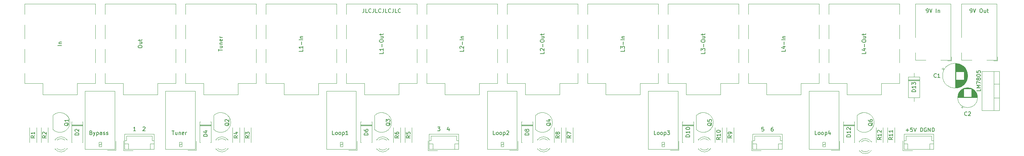
<source format=gbr>
%TF.GenerationSoftware,KiCad,Pcbnew,(6.0.5)*%
%TF.CreationDate,2022-08-04T22:32:12-04:00*%
%TF.ProjectId,effects-switcher,65666665-6374-4732-9d73-776974636865,rev?*%
%TF.SameCoordinates,Original*%
%TF.FileFunction,Legend,Top*%
%TF.FilePolarity,Positive*%
%FSLAX46Y46*%
G04 Gerber Fmt 4.6, Leading zero omitted, Abs format (unit mm)*
G04 Created by KiCad (PCBNEW (6.0.5)) date 2022-08-04 22:32:12*
%MOMM*%
%LPD*%
G01*
G04 APERTURE LIST*
%ADD10C,0.150000*%
%ADD11C,0.120000*%
G04 APERTURE END LIST*
D10*
X248738095Y-2452380D02*
X248928571Y-2452380D01*
X249023809Y-2404761D01*
X249071428Y-2357142D01*
X249166666Y-2214285D01*
X249214285Y-2023809D01*
X249214285Y-1642857D01*
X249166666Y-1547619D01*
X249119047Y-1500000D01*
X249023809Y-1452380D01*
X248833333Y-1452380D01*
X248738095Y-1500000D01*
X248690476Y-1547619D01*
X248642857Y-1642857D01*
X248642857Y-1880952D01*
X248690476Y-1976190D01*
X248738095Y-2023809D01*
X248833333Y-2071428D01*
X249023809Y-2071428D01*
X249119047Y-2023809D01*
X249166666Y-1976190D01*
X249214285Y-1880952D01*
X249500000Y-1452380D02*
X249833333Y-2452380D01*
X250166666Y-1452380D01*
X251452380Y-1452380D02*
X251642857Y-1452380D01*
X251738095Y-1500000D01*
X251833333Y-1595238D01*
X251880952Y-1785714D01*
X251880952Y-2119047D01*
X251833333Y-2309523D01*
X251738095Y-2404761D01*
X251642857Y-2452380D01*
X251452380Y-2452380D01*
X251357142Y-2404761D01*
X251261904Y-2309523D01*
X251214285Y-2119047D01*
X251214285Y-1785714D01*
X251261904Y-1595238D01*
X251357142Y-1500000D01*
X251452380Y-1452380D01*
X252738095Y-1785714D02*
X252738095Y-2452380D01*
X252309523Y-1785714D02*
X252309523Y-2309523D01*
X252357142Y-2404761D01*
X252452380Y-2452380D01*
X252595238Y-2452380D01*
X252690476Y-2404761D01*
X252738095Y-2357142D01*
X253071428Y-1785714D02*
X253452380Y-1785714D01*
X253214285Y-1452380D02*
X253214285Y-2309523D01*
X253261904Y-2404761D01*
X253357142Y-2452380D01*
X253452380Y-2452380D01*
X231886688Y-33267335D02*
X232648593Y-33267335D01*
X232267641Y-33648287D02*
X232267641Y-32886383D01*
X233600974Y-32648287D02*
X233124784Y-32648287D01*
X233077165Y-33124478D01*
X233124784Y-33076859D01*
X233220022Y-33029240D01*
X233458117Y-33029240D01*
X233553355Y-33076859D01*
X233600974Y-33124478D01*
X233648593Y-33219716D01*
X233648593Y-33457811D01*
X233600974Y-33553049D01*
X233553355Y-33600668D01*
X233458117Y-33648287D01*
X233220022Y-33648287D01*
X233124784Y-33600668D01*
X233077165Y-33553049D01*
X233934307Y-32648287D02*
X234267641Y-33648287D01*
X234600974Y-32648287D01*
X235696212Y-33648287D02*
X235696212Y-32648287D01*
X235934307Y-32648287D01*
X236077165Y-32695907D01*
X236172403Y-32791145D01*
X236220022Y-32886383D01*
X236267641Y-33076859D01*
X236267641Y-33219716D01*
X236220022Y-33410192D01*
X236172403Y-33505430D01*
X236077165Y-33600668D01*
X235934307Y-33648287D01*
X235696212Y-33648287D01*
X237220022Y-32695907D02*
X237124784Y-32648287D01*
X236981926Y-32648287D01*
X236839069Y-32695907D01*
X236743831Y-32791145D01*
X236696212Y-32886383D01*
X236648593Y-33076859D01*
X236648593Y-33219716D01*
X236696212Y-33410192D01*
X236743831Y-33505430D01*
X236839069Y-33600668D01*
X236981926Y-33648287D01*
X237077165Y-33648287D01*
X237220022Y-33600668D01*
X237267641Y-33553049D01*
X237267641Y-33219716D01*
X237077165Y-33219716D01*
X237696212Y-33648287D02*
X237696212Y-32648287D01*
X238267641Y-33648287D01*
X238267641Y-32648287D01*
X238743831Y-33648287D02*
X238743831Y-32648287D01*
X238981926Y-32648287D01*
X239124784Y-32695907D01*
X239220022Y-32791145D01*
X239267641Y-32886383D01*
X239315260Y-33076859D01*
X239315260Y-33219716D01*
X239267641Y-33410192D01*
X239220022Y-33505430D01*
X239124784Y-33600668D01*
X238981926Y-33648287D01*
X238743831Y-33648287D01*
X30795645Y-33409352D02*
X30224216Y-33409352D01*
X30509930Y-33409352D02*
X30509930Y-32409352D01*
X30414692Y-32552210D01*
X30319454Y-32647448D01*
X30224216Y-32695067D01*
X32700406Y-32504591D02*
X32748026Y-32456972D01*
X32843264Y-32409352D01*
X33081359Y-32409352D01*
X33176597Y-32456972D01*
X33224216Y-32504591D01*
X33271835Y-32599829D01*
X33271835Y-32695067D01*
X33224216Y-32837924D01*
X32652787Y-33409352D01*
X33271835Y-33409352D01*
X194765865Y-32527307D02*
X194289674Y-32527307D01*
X194242055Y-33003498D01*
X194289674Y-32955879D01*
X194384912Y-32908260D01*
X194623007Y-32908260D01*
X194718245Y-32955879D01*
X194765865Y-33003498D01*
X194813484Y-33098736D01*
X194813484Y-33336831D01*
X194765865Y-33432069D01*
X194718245Y-33479688D01*
X194623007Y-33527307D01*
X194384912Y-33527307D01*
X194289674Y-33479688D01*
X194242055Y-33432069D01*
X197194436Y-32527307D02*
X197003960Y-32527307D01*
X196908722Y-32574927D01*
X196861103Y-32622546D01*
X196765865Y-32765403D01*
X196718245Y-32955879D01*
X196718245Y-33336831D01*
X196765865Y-33432069D01*
X196813484Y-33479688D01*
X196908722Y-33527307D01*
X197099198Y-33527307D01*
X197194436Y-33479688D01*
X197242055Y-33432069D01*
X197289674Y-33336831D01*
X197289674Y-33098736D01*
X197242055Y-33003498D01*
X197194436Y-32955879D01*
X197099198Y-32908260D01*
X196908722Y-32908260D01*
X196813484Y-32955879D01*
X196765865Y-33003498D01*
X196718245Y-33098736D01*
X237309523Y-2452380D02*
X237500000Y-2452380D01*
X237595238Y-2404761D01*
X237642857Y-2357142D01*
X237738095Y-2214285D01*
X237785714Y-2023809D01*
X237785714Y-1642857D01*
X237738095Y-1547619D01*
X237690476Y-1500000D01*
X237595238Y-1452380D01*
X237404761Y-1452380D01*
X237309523Y-1500000D01*
X237261904Y-1547619D01*
X237214285Y-1642857D01*
X237214285Y-1880952D01*
X237261904Y-1976190D01*
X237309523Y-2023809D01*
X237404761Y-2071428D01*
X237595238Y-2071428D01*
X237690476Y-2023809D01*
X237738095Y-1976190D01*
X237785714Y-1880952D01*
X238071428Y-1452380D02*
X238404761Y-2452380D01*
X238738095Y-1452380D01*
X239833333Y-2452380D02*
X239833333Y-1452380D01*
X240309523Y-1785714D02*
X240309523Y-2452380D01*
X240309523Y-1880952D02*
X240357142Y-1833333D01*
X240452380Y-1785714D01*
X240595238Y-1785714D01*
X240690476Y-1833333D01*
X240738095Y-1928571D01*
X240738095Y-2452380D01*
X109632851Y-32460769D02*
X110251899Y-32460769D01*
X109918565Y-32841722D01*
X110061422Y-32841722D01*
X110156660Y-32889341D01*
X110204280Y-32936960D01*
X110251899Y-33032198D01*
X110251899Y-33270293D01*
X110204280Y-33365531D01*
X110156660Y-33413150D01*
X110061422Y-33460769D01*
X109775708Y-33460769D01*
X109680470Y-33413150D01*
X109632851Y-33365531D01*
X112632851Y-32794103D02*
X112632851Y-33460769D01*
X112394756Y-32413150D02*
X112156660Y-33127436D01*
X112775708Y-33127436D01*
X90395952Y-1452380D02*
X90395952Y-2166666D01*
X90348333Y-2309523D01*
X90253095Y-2404761D01*
X90110238Y-2452380D01*
X90015000Y-2452380D01*
X91348333Y-2452380D02*
X90872142Y-2452380D01*
X90872142Y-1452380D01*
X92253095Y-2357142D02*
X92205476Y-2404761D01*
X92062619Y-2452380D01*
X91967380Y-2452380D01*
X91824523Y-2404761D01*
X91729285Y-2309523D01*
X91681666Y-2214285D01*
X91634047Y-2023809D01*
X91634047Y-1880952D01*
X91681666Y-1690476D01*
X91729285Y-1595238D01*
X91824523Y-1500000D01*
X91967380Y-1452380D01*
X92062619Y-1452380D01*
X92205476Y-1500000D01*
X92253095Y-1547619D01*
X92967380Y-1452380D02*
X92967380Y-2166666D01*
X92919761Y-2309523D01*
X92824523Y-2404761D01*
X92681666Y-2452380D01*
X92586428Y-2452380D01*
X93919761Y-2452380D02*
X93443571Y-2452380D01*
X93443571Y-1452380D01*
X94824523Y-2357142D02*
X94776904Y-2404761D01*
X94634047Y-2452380D01*
X94538809Y-2452380D01*
X94395952Y-2404761D01*
X94300714Y-2309523D01*
X94253095Y-2214285D01*
X94205476Y-2023809D01*
X94205476Y-1880952D01*
X94253095Y-1690476D01*
X94300714Y-1595238D01*
X94395952Y-1500000D01*
X94538809Y-1452380D01*
X94634047Y-1452380D01*
X94776904Y-1500000D01*
X94824523Y-1547619D01*
X95538809Y-1452380D02*
X95538809Y-2166666D01*
X95491190Y-2309523D01*
X95395952Y-2404761D01*
X95253095Y-2452380D01*
X95157857Y-2452380D01*
X96491190Y-2452380D02*
X96015000Y-2452380D01*
X96015000Y-1452380D01*
X97395952Y-2357142D02*
X97348333Y-2404761D01*
X97205476Y-2452380D01*
X97110238Y-2452380D01*
X96967380Y-2404761D01*
X96872142Y-2309523D01*
X96824523Y-2214285D01*
X96776904Y-2023809D01*
X96776904Y-1880952D01*
X96824523Y-1690476D01*
X96872142Y-1595238D01*
X96967380Y-1500000D01*
X97110238Y-1452380D01*
X97205476Y-1452380D01*
X97348333Y-1500000D01*
X97395952Y-1547619D01*
X98110238Y-1452380D02*
X98110238Y-2166666D01*
X98062619Y-2309523D01*
X97967380Y-2404761D01*
X97824523Y-2452380D01*
X97729285Y-2452380D01*
X99062619Y-2452380D02*
X98586428Y-2452380D01*
X98586428Y-1452380D01*
X99967380Y-2357142D02*
X99919761Y-2404761D01*
X99776904Y-2452380D01*
X99681666Y-2452380D01*
X99538809Y-2404761D01*
X99443571Y-2309523D01*
X99395952Y-2214285D01*
X99348333Y-2023809D01*
X99348333Y-1880952D01*
X99395952Y-1690476D01*
X99443571Y-1595238D01*
X99538809Y-1500000D01*
X99681666Y-1452380D01*
X99776904Y-1452380D01*
X99919761Y-1500000D01*
X99967380Y-1547619D01*
%TO.C,D13*%
X234467380Y-23214285D02*
X233467380Y-23214285D01*
X233467380Y-22976190D01*
X233515000Y-22833333D01*
X233610238Y-22738095D01*
X233705476Y-22690476D01*
X233895952Y-22642857D01*
X234038809Y-22642857D01*
X234229285Y-22690476D01*
X234324523Y-22738095D01*
X234419761Y-22833333D01*
X234467380Y-22976190D01*
X234467380Y-23214285D01*
X234467380Y-21690476D02*
X234467380Y-22261904D01*
X234467380Y-21976190D02*
X233467380Y-21976190D01*
X233610238Y-22071428D01*
X233705476Y-22166666D01*
X233753095Y-22261904D01*
X233467380Y-21357142D02*
X233467380Y-20738095D01*
X233848333Y-21071428D01*
X233848333Y-20928571D01*
X233895952Y-20833333D01*
X233943571Y-20785714D01*
X234038809Y-20738095D01*
X234276904Y-20738095D01*
X234372142Y-20785714D01*
X234419761Y-20833333D01*
X234467380Y-20928571D01*
X234467380Y-21214285D01*
X234419761Y-21309523D01*
X234372142Y-21357142D01*
%TO.C,R1*%
X4467380Y-34706666D02*
X3991190Y-35040000D01*
X4467380Y-35278095D02*
X3467380Y-35278095D01*
X3467380Y-34897142D01*
X3515000Y-34801904D01*
X3562619Y-34754285D01*
X3657857Y-34706666D01*
X3800714Y-34706666D01*
X3895952Y-34754285D01*
X3943571Y-34801904D01*
X3991190Y-34897142D01*
X3991190Y-35278095D01*
X4467380Y-33754285D02*
X4467380Y-34325714D01*
X4467380Y-34040000D02*
X3467380Y-34040000D01*
X3610238Y-34135238D01*
X3705476Y-34230476D01*
X3753095Y-34325714D01*
%TO.C,L2-In*%
X116452380Y-12126190D02*
X116452380Y-12602380D01*
X115452380Y-12602380D01*
X115547619Y-11840476D02*
X115500000Y-11792857D01*
X115452380Y-11697619D01*
X115452380Y-11459523D01*
X115500000Y-11364285D01*
X115547619Y-11316666D01*
X115642857Y-11269047D01*
X115738095Y-11269047D01*
X115880952Y-11316666D01*
X116452380Y-11888095D01*
X116452380Y-11269047D01*
X116071428Y-10840476D02*
X116071428Y-10078571D01*
X116452380Y-9602380D02*
X115452380Y-9602380D01*
X115785714Y-9126190D02*
X116452380Y-9126190D01*
X115880952Y-9126190D02*
X115833333Y-9078571D01*
X115785714Y-8983333D01*
X115785714Y-8840476D01*
X115833333Y-8745238D01*
X115928571Y-8697619D01*
X116452380Y-8697619D01*
%TO.C,In*%
X11452380Y-11102380D02*
X10452380Y-11102380D01*
X10785714Y-10626190D02*
X11452380Y-10626190D01*
X10880952Y-10626190D02*
X10833333Y-10578571D01*
X10785714Y-10483333D01*
X10785714Y-10340476D01*
X10833333Y-10245238D01*
X10928571Y-10197619D01*
X11452380Y-10197619D01*
%TO.C,D4*%
X49509592Y-34906447D02*
X48509592Y-34906447D01*
X48509592Y-34668352D01*
X48557212Y-34525494D01*
X48652450Y-34430256D01*
X48747688Y-34382637D01*
X48938164Y-34335018D01*
X49081021Y-34335018D01*
X49271497Y-34382637D01*
X49366735Y-34430256D01*
X49461973Y-34525494D01*
X49509592Y-34668352D01*
X49509592Y-34906447D01*
X48842926Y-33477875D02*
X49509592Y-33477875D01*
X48461973Y-33715971D02*
X49176259Y-33954066D01*
X49176259Y-33335018D01*
%TO.C,Q3*%
X97292524Y-31346675D02*
X97244905Y-31441913D01*
X97149666Y-31537151D01*
X97006809Y-31680008D01*
X96959190Y-31775246D01*
X96959190Y-31870484D01*
X97197285Y-31822865D02*
X97149666Y-31918103D01*
X97054428Y-32013341D01*
X96863952Y-32060960D01*
X96530619Y-32060960D01*
X96340143Y-32013341D01*
X96244905Y-31918103D01*
X96197285Y-31822865D01*
X96197285Y-31632389D01*
X96244905Y-31537151D01*
X96340143Y-31441913D01*
X96530619Y-31394294D01*
X96863952Y-31394294D01*
X97054428Y-31441913D01*
X97149666Y-31537151D01*
X97197285Y-31632389D01*
X97197285Y-31822865D01*
X96197285Y-31060960D02*
X96197285Y-30441913D01*
X96578238Y-30775246D01*
X96578238Y-30632389D01*
X96625857Y-30537151D01*
X96673476Y-30489532D01*
X96768714Y-30441913D01*
X97006809Y-30441913D01*
X97102047Y-30489532D01*
X97149666Y-30537151D01*
X97197285Y-30632389D01*
X97197285Y-30918103D01*
X97149666Y-31013341D01*
X97102047Y-31060960D01*
%TO.C,Bypass*%
X19161190Y-33928571D02*
X19304047Y-33976190D01*
X19351666Y-34023809D01*
X19399285Y-34119047D01*
X19399285Y-34261904D01*
X19351666Y-34357142D01*
X19304047Y-34404761D01*
X19208809Y-34452380D01*
X18827857Y-34452380D01*
X18827857Y-33452380D01*
X19161190Y-33452380D01*
X19256428Y-33500000D01*
X19304047Y-33547619D01*
X19351666Y-33642857D01*
X19351666Y-33738095D01*
X19304047Y-33833333D01*
X19256428Y-33880952D01*
X19161190Y-33928571D01*
X18827857Y-33928571D01*
X19732619Y-33785714D02*
X19970714Y-34452380D01*
X20208809Y-33785714D02*
X19970714Y-34452380D01*
X19875476Y-34690476D01*
X19827857Y-34738095D01*
X19732619Y-34785714D01*
X20589761Y-33785714D02*
X20589761Y-34785714D01*
X20589761Y-33833333D02*
X20685000Y-33785714D01*
X20875476Y-33785714D01*
X20970714Y-33833333D01*
X21018333Y-33880952D01*
X21065952Y-33976190D01*
X21065952Y-34261904D01*
X21018333Y-34357142D01*
X20970714Y-34404761D01*
X20875476Y-34452380D01*
X20685000Y-34452380D01*
X20589761Y-34404761D01*
X21923095Y-34452380D02*
X21923095Y-33928571D01*
X21875476Y-33833333D01*
X21780238Y-33785714D01*
X21589761Y-33785714D01*
X21494523Y-33833333D01*
X21923095Y-34404761D02*
X21827857Y-34452380D01*
X21589761Y-34452380D01*
X21494523Y-34404761D01*
X21446904Y-34309523D01*
X21446904Y-34214285D01*
X21494523Y-34119047D01*
X21589761Y-34071428D01*
X21827857Y-34071428D01*
X21923095Y-34023809D01*
X22351666Y-34404761D02*
X22446904Y-34452380D01*
X22637380Y-34452380D01*
X22732619Y-34404761D01*
X22780238Y-34309523D01*
X22780238Y-34261904D01*
X22732619Y-34166666D01*
X22637380Y-34119047D01*
X22494523Y-34119047D01*
X22399285Y-34071428D01*
X22351666Y-33976190D01*
X22351666Y-33928571D01*
X22399285Y-33833333D01*
X22494523Y-33785714D01*
X22637380Y-33785714D01*
X22732619Y-33833333D01*
X23161190Y-34404761D02*
X23256428Y-34452380D01*
X23446904Y-34452380D01*
X23542142Y-34404761D01*
X23589761Y-34309523D01*
X23589761Y-34261904D01*
X23542142Y-34166666D01*
X23446904Y-34119047D01*
X23304047Y-34119047D01*
X23208809Y-34071428D01*
X23161190Y-33976190D01*
X23161190Y-33928571D01*
X23208809Y-33833333D01*
X23304047Y-33785714D01*
X23446904Y-33785714D01*
X23542142Y-33833333D01*
%TO.C,Q4*%
X139203865Y-31365238D02*
X139156246Y-31460476D01*
X139061007Y-31555714D01*
X138918150Y-31698571D01*
X138870531Y-31793809D01*
X138870531Y-31889047D01*
X139108626Y-31841428D02*
X139061007Y-31936666D01*
X138965769Y-32031904D01*
X138775293Y-32079523D01*
X138441960Y-32079523D01*
X138251484Y-32031904D01*
X138156246Y-31936666D01*
X138108626Y-31841428D01*
X138108626Y-31650952D01*
X138156246Y-31555714D01*
X138251484Y-31460476D01*
X138441960Y-31412857D01*
X138775293Y-31412857D01*
X138965769Y-31460476D01*
X139061007Y-31555714D01*
X139108626Y-31650952D01*
X139108626Y-31841428D01*
X138441960Y-30555714D02*
X139108626Y-30555714D01*
X138061007Y-30793809D02*
X138775293Y-31031904D01*
X138775293Y-30412857D01*
%TO.C,R3*%
X60467380Y-34706666D02*
X59991190Y-35040000D01*
X60467380Y-35278095D02*
X59467380Y-35278095D01*
X59467380Y-34897142D01*
X59515000Y-34801904D01*
X59562619Y-34754285D01*
X59657857Y-34706666D01*
X59800714Y-34706666D01*
X59895952Y-34754285D01*
X59943571Y-34801904D01*
X59991190Y-34897142D01*
X59991190Y-35278095D01*
X59467380Y-34373333D02*
X59467380Y-33754285D01*
X59848333Y-34087619D01*
X59848333Y-33944761D01*
X59895952Y-33849523D01*
X59943571Y-33801904D01*
X60038809Y-33754285D01*
X60276904Y-33754285D01*
X60372142Y-33801904D01*
X60419761Y-33849523D01*
X60467380Y-33944761D01*
X60467380Y-34230476D01*
X60419761Y-34325714D01*
X60372142Y-34373333D01*
%TO.C,R9*%
X186467380Y-34706666D02*
X185991190Y-35040000D01*
X186467380Y-35278095D02*
X185467380Y-35278095D01*
X185467380Y-34897142D01*
X185515000Y-34801904D01*
X185562619Y-34754285D01*
X185657857Y-34706666D01*
X185800714Y-34706666D01*
X185895952Y-34754285D01*
X185943571Y-34801904D01*
X185991190Y-34897142D01*
X185991190Y-35278095D01*
X186467380Y-34230476D02*
X186467380Y-34040000D01*
X186419761Y-33944761D01*
X186372142Y-33897142D01*
X186229285Y-33801904D01*
X186038809Y-33754285D01*
X185657857Y-33754285D01*
X185562619Y-33801904D01*
X185515000Y-33849523D01*
X185467380Y-33944761D01*
X185467380Y-34135238D01*
X185515000Y-34230476D01*
X185562619Y-34278095D01*
X185657857Y-34325714D01*
X185895952Y-34325714D01*
X185991190Y-34278095D01*
X186038809Y-34230476D01*
X186086428Y-34135238D01*
X186086428Y-33944761D01*
X186038809Y-33849523D01*
X185991190Y-33801904D01*
X185895952Y-33754285D01*
%TO.C,Q2*%
X55214383Y-31365238D02*
X55166764Y-31460476D01*
X55071525Y-31555714D01*
X54928668Y-31698571D01*
X54881049Y-31793809D01*
X54881049Y-31889047D01*
X55119144Y-31841428D02*
X55071525Y-31936666D01*
X54976287Y-32031904D01*
X54785811Y-32079523D01*
X54452478Y-32079523D01*
X54262002Y-32031904D01*
X54166764Y-31936666D01*
X54119144Y-31841428D01*
X54119144Y-31650952D01*
X54166764Y-31555714D01*
X54262002Y-31460476D01*
X54452478Y-31412857D01*
X54785811Y-31412857D01*
X54976287Y-31460476D01*
X55071525Y-31555714D01*
X55119144Y-31650952D01*
X55119144Y-31841428D01*
X54214383Y-31031904D02*
X54166764Y-30984285D01*
X54119144Y-30889047D01*
X54119144Y-30650952D01*
X54166764Y-30555714D01*
X54214383Y-30508095D01*
X54309621Y-30460476D01*
X54404859Y-30460476D01*
X54547716Y-30508095D01*
X55119144Y-31079523D01*
X55119144Y-30460476D01*
%TO.C,Loop3*%
X166661190Y-34452380D02*
X166185000Y-34452380D01*
X166185000Y-33452380D01*
X167137380Y-34452380D02*
X167042142Y-34404761D01*
X166994523Y-34357142D01*
X166946904Y-34261904D01*
X166946904Y-33976190D01*
X166994523Y-33880952D01*
X167042142Y-33833333D01*
X167137380Y-33785714D01*
X167280238Y-33785714D01*
X167375476Y-33833333D01*
X167423095Y-33880952D01*
X167470714Y-33976190D01*
X167470714Y-34261904D01*
X167423095Y-34357142D01*
X167375476Y-34404761D01*
X167280238Y-34452380D01*
X167137380Y-34452380D01*
X168042142Y-34452380D02*
X167946904Y-34404761D01*
X167899285Y-34357142D01*
X167851666Y-34261904D01*
X167851666Y-33976190D01*
X167899285Y-33880952D01*
X167946904Y-33833333D01*
X168042142Y-33785714D01*
X168185000Y-33785714D01*
X168280238Y-33833333D01*
X168327857Y-33880952D01*
X168375476Y-33976190D01*
X168375476Y-34261904D01*
X168327857Y-34357142D01*
X168280238Y-34404761D01*
X168185000Y-34452380D01*
X168042142Y-34452380D01*
X168804047Y-33785714D02*
X168804047Y-34785714D01*
X168804047Y-33833333D02*
X168899285Y-33785714D01*
X169089761Y-33785714D01*
X169185000Y-33833333D01*
X169232619Y-33880952D01*
X169280238Y-33976190D01*
X169280238Y-34261904D01*
X169232619Y-34357142D01*
X169185000Y-34404761D01*
X169089761Y-34452380D01*
X168899285Y-34452380D01*
X168804047Y-34404761D01*
X169613571Y-33452380D02*
X170232619Y-33452380D01*
X169899285Y-33833333D01*
X170042142Y-33833333D01*
X170137380Y-33880952D01*
X170185000Y-33928571D01*
X170232619Y-34023809D01*
X170232619Y-34261904D01*
X170185000Y-34357142D01*
X170137380Y-34404761D01*
X170042142Y-34452380D01*
X169756428Y-34452380D01*
X169661190Y-34404761D01*
X169613571Y-34357142D01*
%TO.C,R5*%
X102467380Y-34706666D02*
X101991190Y-35040000D01*
X102467380Y-35278095D02*
X101467380Y-35278095D01*
X101467380Y-34897142D01*
X101515000Y-34801904D01*
X101562619Y-34754285D01*
X101657857Y-34706666D01*
X101800714Y-34706666D01*
X101895952Y-34754285D01*
X101943571Y-34801904D01*
X101991190Y-34897142D01*
X101991190Y-35278095D01*
X101467380Y-33801904D02*
X101467380Y-34278095D01*
X101943571Y-34325714D01*
X101895952Y-34278095D01*
X101848333Y-34182857D01*
X101848333Y-33944761D01*
X101895952Y-33849523D01*
X101943571Y-33801904D01*
X102038809Y-33754285D01*
X102276904Y-33754285D01*
X102372142Y-33801904D01*
X102419761Y-33849523D01*
X102467380Y-33944761D01*
X102467380Y-34182857D01*
X102419761Y-34278095D01*
X102372142Y-34325714D01*
%TO.C,C2*%
X247848333Y-29357142D02*
X247800714Y-29404761D01*
X247657857Y-29452380D01*
X247562619Y-29452380D01*
X247419761Y-29404761D01*
X247324523Y-29309523D01*
X247276904Y-29214285D01*
X247229285Y-29023809D01*
X247229285Y-28880952D01*
X247276904Y-28690476D01*
X247324523Y-28595238D01*
X247419761Y-28500000D01*
X247562619Y-28452380D01*
X247657857Y-28452380D01*
X247800714Y-28500000D01*
X247848333Y-28547619D01*
X248229285Y-28547619D02*
X248276904Y-28500000D01*
X248372142Y-28452380D01*
X248610238Y-28452380D01*
X248705476Y-28500000D01*
X248753095Y-28547619D01*
X248800714Y-28642857D01*
X248800714Y-28738095D01*
X248753095Y-28880952D01*
X248181666Y-29452380D01*
X248800714Y-29452380D01*
%TO.C,D12*%
X217467380Y-35024285D02*
X216467380Y-35024285D01*
X216467380Y-34786190D01*
X216515000Y-34643333D01*
X216610238Y-34548095D01*
X216705476Y-34500476D01*
X216895952Y-34452857D01*
X217038809Y-34452857D01*
X217229285Y-34500476D01*
X217324523Y-34548095D01*
X217419761Y-34643333D01*
X217467380Y-34786190D01*
X217467380Y-35024285D01*
X217467380Y-33500476D02*
X217467380Y-34071904D01*
X217467380Y-33786190D02*
X216467380Y-33786190D01*
X216610238Y-33881428D01*
X216705476Y-33976666D01*
X216753095Y-34071904D01*
X216562619Y-33119523D02*
X216515000Y-33071904D01*
X216467380Y-32976666D01*
X216467380Y-32738571D01*
X216515000Y-32643333D01*
X216562619Y-32595714D01*
X216657857Y-32548095D01*
X216753095Y-32548095D01*
X216895952Y-32595714D01*
X217467380Y-33167142D01*
X217467380Y-32548095D01*
%TO.C,Loop1*%
X82661190Y-34452380D02*
X82185000Y-34452380D01*
X82185000Y-33452380D01*
X83137380Y-34452380D02*
X83042142Y-34404761D01*
X82994523Y-34357142D01*
X82946904Y-34261904D01*
X82946904Y-33976190D01*
X82994523Y-33880952D01*
X83042142Y-33833333D01*
X83137380Y-33785714D01*
X83280238Y-33785714D01*
X83375476Y-33833333D01*
X83423095Y-33880952D01*
X83470714Y-33976190D01*
X83470714Y-34261904D01*
X83423095Y-34357142D01*
X83375476Y-34404761D01*
X83280238Y-34452380D01*
X83137380Y-34452380D01*
X84042142Y-34452380D02*
X83946904Y-34404761D01*
X83899285Y-34357142D01*
X83851666Y-34261904D01*
X83851666Y-33976190D01*
X83899285Y-33880952D01*
X83946904Y-33833333D01*
X84042142Y-33785714D01*
X84185000Y-33785714D01*
X84280238Y-33833333D01*
X84327857Y-33880952D01*
X84375476Y-33976190D01*
X84375476Y-34261904D01*
X84327857Y-34357142D01*
X84280238Y-34404761D01*
X84185000Y-34452380D01*
X84042142Y-34452380D01*
X84804047Y-33785714D02*
X84804047Y-34785714D01*
X84804047Y-33833333D02*
X84899285Y-33785714D01*
X85089761Y-33785714D01*
X85185000Y-33833333D01*
X85232619Y-33880952D01*
X85280238Y-33976190D01*
X85280238Y-34261904D01*
X85232619Y-34357142D01*
X85185000Y-34404761D01*
X85089761Y-34452380D01*
X84899285Y-34452380D01*
X84804047Y-34404761D01*
X86232619Y-34452380D02*
X85661190Y-34452380D01*
X85946904Y-34452380D02*
X85946904Y-33452380D01*
X85851666Y-33595238D01*
X85756428Y-33690476D01*
X85661190Y-33738095D01*
%TO.C,R4*%
X57467380Y-34706666D02*
X56991190Y-35040000D01*
X57467380Y-35278095D02*
X56467380Y-35278095D01*
X56467380Y-34897142D01*
X56515000Y-34801904D01*
X56562619Y-34754285D01*
X56657857Y-34706666D01*
X56800714Y-34706666D01*
X56895952Y-34754285D01*
X56943571Y-34801904D01*
X56991190Y-34897142D01*
X56991190Y-35278095D01*
X56800714Y-33849523D02*
X57467380Y-33849523D01*
X56419761Y-34087619D02*
X57134047Y-34325714D01*
X57134047Y-33706666D01*
%TO.C,Q1*%
X13301374Y-31365238D02*
X13253755Y-31460476D01*
X13158516Y-31555714D01*
X13015659Y-31698571D01*
X12968040Y-31793809D01*
X12968040Y-31889047D01*
X13206135Y-31841428D02*
X13158516Y-31936666D01*
X13063278Y-32031904D01*
X12872802Y-32079523D01*
X12539469Y-32079523D01*
X12348993Y-32031904D01*
X12253755Y-31936666D01*
X12206135Y-31841428D01*
X12206135Y-31650952D01*
X12253755Y-31555714D01*
X12348993Y-31460476D01*
X12539469Y-31412857D01*
X12872802Y-31412857D01*
X13063278Y-31460476D01*
X13158516Y-31555714D01*
X13206135Y-31650952D01*
X13206135Y-31841428D01*
X13206135Y-30460476D02*
X13206135Y-31031904D01*
X13206135Y-30746190D02*
X12206135Y-30746190D01*
X12348993Y-30841428D01*
X12444231Y-30936666D01*
X12491850Y-31031904D01*
%TO.C,R10*%
X183467380Y-35182857D02*
X182991190Y-35516190D01*
X183467380Y-35754285D02*
X182467380Y-35754285D01*
X182467380Y-35373333D01*
X182515000Y-35278095D01*
X182562619Y-35230476D01*
X182657857Y-35182857D01*
X182800714Y-35182857D01*
X182895952Y-35230476D01*
X182943571Y-35278095D01*
X182991190Y-35373333D01*
X182991190Y-35754285D01*
X183467380Y-34230476D02*
X183467380Y-34801904D01*
X183467380Y-34516190D02*
X182467380Y-34516190D01*
X182610238Y-34611428D01*
X182705476Y-34706666D01*
X182753095Y-34801904D01*
X182467380Y-33611428D02*
X182467380Y-33516190D01*
X182515000Y-33420952D01*
X182562619Y-33373333D01*
X182657857Y-33325714D01*
X182848333Y-33278095D01*
X183086428Y-33278095D01*
X183276904Y-33325714D01*
X183372142Y-33373333D01*
X183419761Y-33420952D01*
X183467380Y-33516190D01*
X183467380Y-33611428D01*
X183419761Y-33706666D01*
X183372142Y-33754285D01*
X183276904Y-33801904D01*
X183086428Y-33849523D01*
X182848333Y-33849523D01*
X182657857Y-33801904D01*
X182562619Y-33754285D01*
X182515000Y-33706666D01*
X182467380Y-33611428D01*
%TO.C,Loop4*%
X208661190Y-34452380D02*
X208185000Y-34452380D01*
X208185000Y-33452380D01*
X209137380Y-34452380D02*
X209042142Y-34404761D01*
X208994523Y-34357142D01*
X208946904Y-34261904D01*
X208946904Y-33976190D01*
X208994523Y-33880952D01*
X209042142Y-33833333D01*
X209137380Y-33785714D01*
X209280238Y-33785714D01*
X209375476Y-33833333D01*
X209423095Y-33880952D01*
X209470714Y-33976190D01*
X209470714Y-34261904D01*
X209423095Y-34357142D01*
X209375476Y-34404761D01*
X209280238Y-34452380D01*
X209137380Y-34452380D01*
X210042142Y-34452380D02*
X209946904Y-34404761D01*
X209899285Y-34357142D01*
X209851666Y-34261904D01*
X209851666Y-33976190D01*
X209899285Y-33880952D01*
X209946904Y-33833333D01*
X210042142Y-33785714D01*
X210185000Y-33785714D01*
X210280238Y-33833333D01*
X210327857Y-33880952D01*
X210375476Y-33976190D01*
X210375476Y-34261904D01*
X210327857Y-34357142D01*
X210280238Y-34404761D01*
X210185000Y-34452380D01*
X210042142Y-34452380D01*
X210804047Y-33785714D02*
X210804047Y-34785714D01*
X210804047Y-33833333D02*
X210899285Y-33785714D01*
X211089761Y-33785714D01*
X211185000Y-33833333D01*
X211232619Y-33880952D01*
X211280238Y-33976190D01*
X211280238Y-34261904D01*
X211232619Y-34357142D01*
X211185000Y-34404761D01*
X211089761Y-34452380D01*
X210899285Y-34452380D01*
X210804047Y-34404761D01*
X212137380Y-33785714D02*
X212137380Y-34452380D01*
X211899285Y-33404761D02*
X211661190Y-34119047D01*
X212280238Y-34119047D01*
%TO.C,Tuner*%
X52452380Y-12578571D02*
X52452380Y-12007142D01*
X53452380Y-12292857D02*
X52452380Y-12292857D01*
X52785714Y-11245238D02*
X53452380Y-11245238D01*
X52785714Y-11673809D02*
X53309523Y-11673809D01*
X53404761Y-11626190D01*
X53452380Y-11530952D01*
X53452380Y-11388095D01*
X53404761Y-11292857D01*
X53357142Y-11245238D01*
X52785714Y-10769047D02*
X53452380Y-10769047D01*
X52880952Y-10769047D02*
X52833333Y-10721428D01*
X52785714Y-10626190D01*
X52785714Y-10483333D01*
X52833333Y-10388095D01*
X52928571Y-10340476D01*
X53452380Y-10340476D01*
X53404761Y-9483333D02*
X53452380Y-9578571D01*
X53452380Y-9769047D01*
X53404761Y-9864285D01*
X53309523Y-9911904D01*
X52928571Y-9911904D01*
X52833333Y-9864285D01*
X52785714Y-9769047D01*
X52785714Y-9578571D01*
X52833333Y-9483333D01*
X52928571Y-9435714D01*
X53023809Y-9435714D01*
X53119047Y-9911904D01*
X53452380Y-9007142D02*
X52785714Y-9007142D01*
X52976190Y-9007142D02*
X52880952Y-8959523D01*
X52833333Y-8911904D01*
X52785714Y-8816666D01*
X52785714Y-8721428D01*
X40256428Y-33452380D02*
X40827857Y-33452380D01*
X40542142Y-34452380D02*
X40542142Y-33452380D01*
X41589761Y-33785714D02*
X41589761Y-34452380D01*
X41161190Y-33785714D02*
X41161190Y-34309523D01*
X41208809Y-34404761D01*
X41304047Y-34452380D01*
X41446904Y-34452380D01*
X41542142Y-34404761D01*
X41589761Y-34357142D01*
X42065952Y-33785714D02*
X42065952Y-34452380D01*
X42065952Y-33880952D02*
X42113571Y-33833333D01*
X42208809Y-33785714D01*
X42351666Y-33785714D01*
X42446904Y-33833333D01*
X42494523Y-33928571D01*
X42494523Y-34452380D01*
X43351666Y-34404761D02*
X43256428Y-34452380D01*
X43065952Y-34452380D01*
X42970714Y-34404761D01*
X42923095Y-34309523D01*
X42923095Y-33928571D01*
X42970714Y-33833333D01*
X43065952Y-33785714D01*
X43256428Y-33785714D01*
X43351666Y-33833333D01*
X43399285Y-33928571D01*
X43399285Y-34023809D01*
X42923095Y-34119047D01*
X43827857Y-34452380D02*
X43827857Y-33785714D01*
X43827857Y-33976190D02*
X43875476Y-33880952D01*
X43923095Y-33833333D01*
X44018333Y-33785714D01*
X44113571Y-33785714D01*
%TO.C,Q6*%
X223242350Y-31365238D02*
X223194731Y-31460476D01*
X223099492Y-31555714D01*
X222956635Y-31698571D01*
X222909016Y-31793809D01*
X222909016Y-31889047D01*
X223147111Y-31841428D02*
X223099492Y-31936666D01*
X223004254Y-32031904D01*
X222813778Y-32079523D01*
X222480445Y-32079523D01*
X222289969Y-32031904D01*
X222194731Y-31936666D01*
X222147111Y-31841428D01*
X222147111Y-31650952D01*
X222194731Y-31555714D01*
X222289969Y-31460476D01*
X222480445Y-31412857D01*
X222813778Y-31412857D01*
X223004254Y-31460476D01*
X223099492Y-31555714D01*
X223147111Y-31650952D01*
X223147111Y-31841428D01*
X222147111Y-30555714D02*
X222147111Y-30746190D01*
X222194731Y-30841428D01*
X222242350Y-30889047D01*
X222385207Y-30984285D01*
X222575683Y-31031904D01*
X222956635Y-31031904D01*
X223051873Y-30984285D01*
X223099492Y-30936666D01*
X223147111Y-30841428D01*
X223147111Y-30650952D01*
X223099492Y-30555714D01*
X223051873Y-30508095D01*
X222956635Y-30460476D01*
X222718540Y-30460476D01*
X222623302Y-30508095D01*
X222575683Y-30555714D01*
X222528064Y-30650952D01*
X222528064Y-30841428D01*
X222575683Y-30936666D01*
X222623302Y-30984285D01*
X222718540Y-31031904D01*
%TO.C,L2-Out*%
X137452380Y-12697619D02*
X137452380Y-13173809D01*
X136452380Y-13173809D01*
X136547619Y-12411904D02*
X136500000Y-12364285D01*
X136452380Y-12269047D01*
X136452380Y-12030952D01*
X136500000Y-11935714D01*
X136547619Y-11888095D01*
X136642857Y-11840476D01*
X136738095Y-11840476D01*
X136880952Y-11888095D01*
X137452380Y-12459523D01*
X137452380Y-11840476D01*
X137071428Y-11411904D02*
X137071428Y-10650000D01*
X136452380Y-9983333D02*
X136452380Y-9792857D01*
X136500000Y-9697619D01*
X136595238Y-9602380D01*
X136785714Y-9554761D01*
X137119047Y-9554761D01*
X137309523Y-9602380D01*
X137404761Y-9697619D01*
X137452380Y-9792857D01*
X137452380Y-9983333D01*
X137404761Y-10078571D01*
X137309523Y-10173809D01*
X137119047Y-10221428D01*
X136785714Y-10221428D01*
X136595238Y-10173809D01*
X136500000Y-10078571D01*
X136452380Y-9983333D01*
X136785714Y-8697619D02*
X137452380Y-8697619D01*
X136785714Y-9126190D02*
X137309523Y-9126190D01*
X137404761Y-9078571D01*
X137452380Y-8983333D01*
X137452380Y-8840476D01*
X137404761Y-8745238D01*
X137357142Y-8697619D01*
X136785714Y-8364285D02*
X136785714Y-7983333D01*
X136452380Y-8221428D02*
X137309523Y-8221428D01*
X137404761Y-8173809D01*
X137452380Y-8078571D01*
X137452380Y-7983333D01*
%TO.C,L1-In*%
X74452380Y-12126190D02*
X74452380Y-12602380D01*
X73452380Y-12602380D01*
X74452380Y-11269047D02*
X74452380Y-11840476D01*
X74452380Y-11554761D02*
X73452380Y-11554761D01*
X73595238Y-11650000D01*
X73690476Y-11745238D01*
X73738095Y-11840476D01*
X74071428Y-10840476D02*
X74071428Y-10078571D01*
X74452380Y-9602380D02*
X73452380Y-9602380D01*
X73785714Y-9126190D02*
X74452380Y-9126190D01*
X73880952Y-9126190D02*
X73833333Y-9078571D01*
X73785714Y-8983333D01*
X73785714Y-8840476D01*
X73833333Y-8745238D01*
X73928571Y-8697619D01*
X74452380Y-8697619D01*
%TO.C,R8*%
X141467380Y-34706666D02*
X140991190Y-35040000D01*
X141467380Y-35278095D02*
X140467380Y-35278095D01*
X140467380Y-34897142D01*
X140515000Y-34801904D01*
X140562619Y-34754285D01*
X140657857Y-34706666D01*
X140800714Y-34706666D01*
X140895952Y-34754285D01*
X140943571Y-34801904D01*
X140991190Y-34897142D01*
X140991190Y-35278095D01*
X140895952Y-34135238D02*
X140848333Y-34230476D01*
X140800714Y-34278095D01*
X140705476Y-34325714D01*
X140657857Y-34325714D01*
X140562619Y-34278095D01*
X140515000Y-34230476D01*
X140467380Y-34135238D01*
X140467380Y-33944761D01*
X140515000Y-33849523D01*
X140562619Y-33801904D01*
X140657857Y-33754285D01*
X140705476Y-33754285D01*
X140800714Y-33801904D01*
X140848333Y-33849523D01*
X140895952Y-33944761D01*
X140895952Y-34135238D01*
X140943571Y-34230476D01*
X140991190Y-34278095D01*
X141086428Y-34325714D01*
X141276904Y-34325714D01*
X141372142Y-34278095D01*
X141419761Y-34230476D01*
X141467380Y-34135238D01*
X141467380Y-33944761D01*
X141419761Y-33849523D01*
X141372142Y-33801904D01*
X141276904Y-33754285D01*
X141086428Y-33754285D01*
X140991190Y-33801904D01*
X140943571Y-33849523D01*
X140895952Y-33944761D01*
%TO.C,R11*%
X228467380Y-35182857D02*
X227991190Y-35516190D01*
X228467380Y-35754285D02*
X227467380Y-35754285D01*
X227467380Y-35373333D01*
X227515000Y-35278095D01*
X227562619Y-35230476D01*
X227657857Y-35182857D01*
X227800714Y-35182857D01*
X227895952Y-35230476D01*
X227943571Y-35278095D01*
X227991190Y-35373333D01*
X227991190Y-35754285D01*
X228467380Y-34230476D02*
X228467380Y-34801904D01*
X228467380Y-34516190D02*
X227467380Y-34516190D01*
X227610238Y-34611428D01*
X227705476Y-34706666D01*
X227753095Y-34801904D01*
X228467380Y-33278095D02*
X228467380Y-33849523D01*
X228467380Y-33563809D02*
X227467380Y-33563809D01*
X227610238Y-33659047D01*
X227705476Y-33754285D01*
X227753095Y-33849523D01*
%TO.C,L1-Out*%
X95452380Y-12697619D02*
X95452380Y-13173809D01*
X94452380Y-13173809D01*
X95452380Y-11840476D02*
X95452380Y-12411904D01*
X95452380Y-12126190D02*
X94452380Y-12126190D01*
X94595238Y-12221428D01*
X94690476Y-12316666D01*
X94738095Y-12411904D01*
X95071428Y-11411904D02*
X95071428Y-10650000D01*
X94452380Y-9983333D02*
X94452380Y-9792857D01*
X94500000Y-9697619D01*
X94595238Y-9602380D01*
X94785714Y-9554761D01*
X95119047Y-9554761D01*
X95309523Y-9602380D01*
X95404761Y-9697619D01*
X95452380Y-9792857D01*
X95452380Y-9983333D01*
X95404761Y-10078571D01*
X95309523Y-10173809D01*
X95119047Y-10221428D01*
X94785714Y-10221428D01*
X94595238Y-10173809D01*
X94500000Y-10078571D01*
X94452380Y-9983333D01*
X94785714Y-8697619D02*
X95452380Y-8697619D01*
X94785714Y-9126190D02*
X95309523Y-9126190D01*
X95404761Y-9078571D01*
X95452380Y-8983333D01*
X95452380Y-8840476D01*
X95404761Y-8745238D01*
X95357142Y-8697619D01*
X94785714Y-8364285D02*
X94785714Y-7983333D01*
X94452380Y-8221428D02*
X95309523Y-8221428D01*
X95404761Y-8173809D01*
X95452380Y-8078571D01*
X95452380Y-7983333D01*
%TO.C,D10*%
X175467380Y-35024285D02*
X174467380Y-35024285D01*
X174467380Y-34786190D01*
X174515000Y-34643333D01*
X174610238Y-34548095D01*
X174705476Y-34500476D01*
X174895952Y-34452857D01*
X175038809Y-34452857D01*
X175229285Y-34500476D01*
X175324523Y-34548095D01*
X175419761Y-34643333D01*
X175467380Y-34786190D01*
X175467380Y-35024285D01*
X175467380Y-33500476D02*
X175467380Y-34071904D01*
X175467380Y-33786190D02*
X174467380Y-33786190D01*
X174610238Y-33881428D01*
X174705476Y-33976666D01*
X174753095Y-34071904D01*
X174467380Y-32881428D02*
X174467380Y-32786190D01*
X174515000Y-32690952D01*
X174562619Y-32643333D01*
X174657857Y-32595714D01*
X174848333Y-32548095D01*
X175086428Y-32548095D01*
X175276904Y-32595714D01*
X175372142Y-32643333D01*
X175419761Y-32690952D01*
X175467380Y-32786190D01*
X175467380Y-32881428D01*
X175419761Y-32976666D01*
X175372142Y-33024285D01*
X175276904Y-33071904D01*
X175086428Y-33119523D01*
X174848333Y-33119523D01*
X174657857Y-33071904D01*
X174562619Y-33024285D01*
X174515000Y-32976666D01*
X174467380Y-32881428D01*
%TO.C,L3-Out*%
X179452380Y-12697619D02*
X179452380Y-13173809D01*
X178452380Y-13173809D01*
X178452380Y-12459523D02*
X178452380Y-11840476D01*
X178833333Y-12173809D01*
X178833333Y-12030952D01*
X178880952Y-11935714D01*
X178928571Y-11888095D01*
X179023809Y-11840476D01*
X179261904Y-11840476D01*
X179357142Y-11888095D01*
X179404761Y-11935714D01*
X179452380Y-12030952D01*
X179452380Y-12316666D01*
X179404761Y-12411904D01*
X179357142Y-12459523D01*
X179071428Y-11411904D02*
X179071428Y-10650000D01*
X178452380Y-9983333D02*
X178452380Y-9792857D01*
X178500000Y-9697619D01*
X178595238Y-9602380D01*
X178785714Y-9554761D01*
X179119047Y-9554761D01*
X179309523Y-9602380D01*
X179404761Y-9697619D01*
X179452380Y-9792857D01*
X179452380Y-9983333D01*
X179404761Y-10078571D01*
X179309523Y-10173809D01*
X179119047Y-10221428D01*
X178785714Y-10221428D01*
X178595238Y-10173809D01*
X178500000Y-10078571D01*
X178452380Y-9983333D01*
X178785714Y-8697619D02*
X179452380Y-8697619D01*
X178785714Y-9126190D02*
X179309523Y-9126190D01*
X179404761Y-9078571D01*
X179452380Y-8983333D01*
X179452380Y-8840476D01*
X179404761Y-8745238D01*
X179357142Y-8697619D01*
X178785714Y-8364285D02*
X178785714Y-7983333D01*
X178452380Y-8221428D02*
X179309523Y-8221428D01*
X179404761Y-8173809D01*
X179452380Y-8078571D01*
X179452380Y-7983333D01*
%TO.C,D2*%
X15967380Y-34548095D02*
X14967380Y-34548095D01*
X14967380Y-34310000D01*
X15015000Y-34167142D01*
X15110238Y-34071904D01*
X15205476Y-34024285D01*
X15395952Y-33976666D01*
X15538809Y-33976666D01*
X15729285Y-34024285D01*
X15824523Y-34071904D01*
X15919761Y-34167142D01*
X15967380Y-34310000D01*
X15967380Y-34548095D01*
X15062619Y-33595714D02*
X15015000Y-33548095D01*
X14967380Y-33452857D01*
X14967380Y-33214761D01*
X15015000Y-33119523D01*
X15062619Y-33071904D01*
X15157857Y-33024285D01*
X15253095Y-33024285D01*
X15395952Y-33071904D01*
X15967380Y-33643333D01*
X15967380Y-33024285D01*
%TO.C,L4-In*%
X200452380Y-12126190D02*
X200452380Y-12602380D01*
X199452380Y-12602380D01*
X199785714Y-11364285D02*
X200452380Y-11364285D01*
X199404761Y-11602380D02*
X200119047Y-11840476D01*
X200119047Y-11221428D01*
X200071428Y-10840476D02*
X200071428Y-10078571D01*
X200452380Y-9602380D02*
X199452380Y-9602380D01*
X199785714Y-9126190D02*
X200452380Y-9126190D01*
X199880952Y-9126190D02*
X199833333Y-9078571D01*
X199785714Y-8983333D01*
X199785714Y-8840476D01*
X199833333Y-8745238D01*
X199928571Y-8697619D01*
X200452380Y-8697619D01*
%TO.C,U1*%
X251365702Y-22517962D02*
X251365702Y-22994153D01*
X250365702Y-22994153D01*
X251365702Y-22184629D02*
X250365702Y-22184629D01*
X251079988Y-21851296D01*
X250365702Y-21517962D01*
X251365702Y-21517962D01*
X250365702Y-21137010D02*
X250365702Y-20470343D01*
X251365702Y-20898915D01*
X250794274Y-19946534D02*
X250746655Y-20041772D01*
X250699036Y-20089391D01*
X250603798Y-20137010D01*
X250556179Y-20137010D01*
X250460941Y-20089391D01*
X250413322Y-20041772D01*
X250365702Y-19946534D01*
X250365702Y-19756057D01*
X250413322Y-19660819D01*
X250460941Y-19613200D01*
X250556179Y-19565581D01*
X250603798Y-19565581D01*
X250699036Y-19613200D01*
X250746655Y-19660819D01*
X250794274Y-19756057D01*
X250794274Y-19946534D01*
X250841893Y-20041772D01*
X250889512Y-20089391D01*
X250984750Y-20137010D01*
X251175226Y-20137010D01*
X251270464Y-20089391D01*
X251318083Y-20041772D01*
X251365702Y-19946534D01*
X251365702Y-19756057D01*
X251318083Y-19660819D01*
X251270464Y-19613200D01*
X251175226Y-19565581D01*
X250984750Y-19565581D01*
X250889512Y-19613200D01*
X250841893Y-19660819D01*
X250794274Y-19756057D01*
X250365702Y-18946534D02*
X250365702Y-18851296D01*
X250413322Y-18756057D01*
X250460941Y-18708438D01*
X250556179Y-18660819D01*
X250746655Y-18613200D01*
X250984750Y-18613200D01*
X251175226Y-18660819D01*
X251270464Y-18708438D01*
X251318083Y-18756057D01*
X251365702Y-18851296D01*
X251365702Y-18946534D01*
X251318083Y-19041772D01*
X251270464Y-19089391D01*
X251175226Y-19137010D01*
X250984750Y-19184629D01*
X250746655Y-19184629D01*
X250556179Y-19137010D01*
X250460941Y-19089391D01*
X250413322Y-19041772D01*
X250365702Y-18946534D01*
X250365702Y-17708438D02*
X250365702Y-18184629D01*
X250841893Y-18232248D01*
X250794274Y-18184629D01*
X250746655Y-18089391D01*
X250746655Y-17851296D01*
X250794274Y-17756057D01*
X250841893Y-17708438D01*
X250937131Y-17660819D01*
X251175226Y-17660819D01*
X251270464Y-17708438D01*
X251318083Y-17756057D01*
X251365702Y-17851296D01*
X251365702Y-18089391D01*
X251318083Y-18184629D01*
X251270464Y-18232248D01*
%TO.C,R7*%
X144467380Y-34706666D02*
X143991190Y-35040000D01*
X144467380Y-35278095D02*
X143467380Y-35278095D01*
X143467380Y-34897142D01*
X143515000Y-34801904D01*
X143562619Y-34754285D01*
X143657857Y-34706666D01*
X143800714Y-34706666D01*
X143895952Y-34754285D01*
X143943571Y-34801904D01*
X143991190Y-34897142D01*
X143991190Y-35278095D01*
X143467380Y-34373333D02*
X143467380Y-33706666D01*
X144467380Y-34135238D01*
%TO.C,L4-Out*%
X221452380Y-12697619D02*
X221452380Y-13173809D01*
X220452380Y-13173809D01*
X220785714Y-11935714D02*
X221452380Y-11935714D01*
X220404761Y-12173809D02*
X221119047Y-12411904D01*
X221119047Y-11792857D01*
X221071428Y-11411904D02*
X221071428Y-10650000D01*
X220452380Y-9983333D02*
X220452380Y-9792857D01*
X220500000Y-9697619D01*
X220595238Y-9602380D01*
X220785714Y-9554761D01*
X221119047Y-9554761D01*
X221309523Y-9602380D01*
X221404761Y-9697619D01*
X221452380Y-9792857D01*
X221452380Y-9983333D01*
X221404761Y-10078571D01*
X221309523Y-10173809D01*
X221119047Y-10221428D01*
X220785714Y-10221428D01*
X220595238Y-10173809D01*
X220500000Y-10078571D01*
X220452380Y-9983333D01*
X220785714Y-8697619D02*
X221452380Y-8697619D01*
X220785714Y-9126190D02*
X221309523Y-9126190D01*
X221404761Y-9078571D01*
X221452380Y-8983333D01*
X221452380Y-8840476D01*
X221404761Y-8745238D01*
X221357142Y-8697619D01*
X220785714Y-8364285D02*
X220785714Y-7983333D01*
X220452380Y-8221428D02*
X221309523Y-8221428D01*
X221404761Y-8173809D01*
X221452380Y-8078571D01*
X221452380Y-7983333D01*
%TO.C,C1*%
X239848333Y-19357142D02*
X239800714Y-19404761D01*
X239657857Y-19452380D01*
X239562619Y-19452380D01*
X239419761Y-19404761D01*
X239324523Y-19309523D01*
X239276904Y-19214285D01*
X239229285Y-19023809D01*
X239229285Y-18880952D01*
X239276904Y-18690476D01*
X239324523Y-18595238D01*
X239419761Y-18500000D01*
X239562619Y-18452380D01*
X239657857Y-18452380D01*
X239800714Y-18500000D01*
X239848333Y-18547619D01*
X240800714Y-19452380D02*
X240229285Y-19452380D01*
X240515000Y-19452380D02*
X240515000Y-18452380D01*
X240419761Y-18595238D01*
X240324523Y-18690476D01*
X240229285Y-18738095D01*
%TO.C,Loop2*%
X124661190Y-34452380D02*
X124185000Y-34452380D01*
X124185000Y-33452380D01*
X125137380Y-34452380D02*
X125042142Y-34404761D01*
X124994523Y-34357142D01*
X124946904Y-34261904D01*
X124946904Y-33976190D01*
X124994523Y-33880952D01*
X125042142Y-33833333D01*
X125137380Y-33785714D01*
X125280238Y-33785714D01*
X125375476Y-33833333D01*
X125423095Y-33880952D01*
X125470714Y-33976190D01*
X125470714Y-34261904D01*
X125423095Y-34357142D01*
X125375476Y-34404761D01*
X125280238Y-34452380D01*
X125137380Y-34452380D01*
X126042142Y-34452380D02*
X125946904Y-34404761D01*
X125899285Y-34357142D01*
X125851666Y-34261904D01*
X125851666Y-33976190D01*
X125899285Y-33880952D01*
X125946904Y-33833333D01*
X126042142Y-33785714D01*
X126185000Y-33785714D01*
X126280238Y-33833333D01*
X126327857Y-33880952D01*
X126375476Y-33976190D01*
X126375476Y-34261904D01*
X126327857Y-34357142D01*
X126280238Y-34404761D01*
X126185000Y-34452380D01*
X126042142Y-34452380D01*
X126804047Y-33785714D02*
X126804047Y-34785714D01*
X126804047Y-33833333D02*
X126899285Y-33785714D01*
X127089761Y-33785714D01*
X127185000Y-33833333D01*
X127232619Y-33880952D01*
X127280238Y-33976190D01*
X127280238Y-34261904D01*
X127232619Y-34357142D01*
X127185000Y-34404761D01*
X127089761Y-34452380D01*
X126899285Y-34452380D01*
X126804047Y-34404761D01*
X127661190Y-33547619D02*
X127708809Y-33500000D01*
X127804047Y-33452380D01*
X128042142Y-33452380D01*
X128137380Y-33500000D01*
X128185000Y-33547619D01*
X128232619Y-33642857D01*
X128232619Y-33738095D01*
X128185000Y-33880952D01*
X127613571Y-34452380D01*
X128232619Y-34452380D01*
%TO.C,R2*%
X7451921Y-34706666D02*
X6975731Y-35040000D01*
X7451921Y-35278095D02*
X6451921Y-35278095D01*
X6451921Y-34897142D01*
X6499541Y-34801904D01*
X6547160Y-34754285D01*
X6642398Y-34706666D01*
X6785255Y-34706666D01*
X6880493Y-34754285D01*
X6928112Y-34801904D01*
X6975731Y-34897142D01*
X6975731Y-35278095D01*
X6547160Y-34325714D02*
X6499541Y-34278095D01*
X6451921Y-34182857D01*
X6451921Y-33944761D01*
X6499541Y-33849523D01*
X6547160Y-33801904D01*
X6642398Y-33754285D01*
X6737636Y-33754285D01*
X6880493Y-33801904D01*
X7451921Y-34373333D01*
X7451921Y-33754285D01*
%TO.C,L3-In*%
X158452380Y-12126190D02*
X158452380Y-12602380D01*
X157452380Y-12602380D01*
X157452380Y-11888095D02*
X157452380Y-11269047D01*
X157833333Y-11602380D01*
X157833333Y-11459523D01*
X157880952Y-11364285D01*
X157928571Y-11316666D01*
X158023809Y-11269047D01*
X158261904Y-11269047D01*
X158357142Y-11316666D01*
X158404761Y-11364285D01*
X158452380Y-11459523D01*
X158452380Y-11745238D01*
X158404761Y-11840476D01*
X158357142Y-11888095D01*
X158071428Y-10840476D02*
X158071428Y-10078571D01*
X158452380Y-9602380D02*
X157452380Y-9602380D01*
X157785714Y-9126190D02*
X158452380Y-9126190D01*
X157880952Y-9126190D02*
X157833333Y-9078571D01*
X157785714Y-8983333D01*
X157785714Y-8840476D01*
X157833333Y-8745238D01*
X157928571Y-8697619D01*
X158452380Y-8697619D01*
%TO.C,D8*%
X133467380Y-34548095D02*
X132467380Y-34548095D01*
X132467380Y-34310000D01*
X132515000Y-34167142D01*
X132610238Y-34071904D01*
X132705476Y-34024285D01*
X132895952Y-33976666D01*
X133038809Y-33976666D01*
X133229285Y-34024285D01*
X133324523Y-34071904D01*
X133419761Y-34167142D01*
X133467380Y-34310000D01*
X133467380Y-34548095D01*
X132895952Y-33405238D02*
X132848333Y-33500476D01*
X132800714Y-33548095D01*
X132705476Y-33595714D01*
X132657857Y-33595714D01*
X132562619Y-33548095D01*
X132515000Y-33500476D01*
X132467380Y-33405238D01*
X132467380Y-33214761D01*
X132515000Y-33119523D01*
X132562619Y-33071904D01*
X132657857Y-33024285D01*
X132705476Y-33024285D01*
X132800714Y-33071904D01*
X132848333Y-33119523D01*
X132895952Y-33214761D01*
X132895952Y-33405238D01*
X132943571Y-33500476D01*
X132991190Y-33548095D01*
X133086428Y-33595714D01*
X133276904Y-33595714D01*
X133372142Y-33548095D01*
X133419761Y-33500476D01*
X133467380Y-33405238D01*
X133467380Y-33214761D01*
X133419761Y-33119523D01*
X133372142Y-33071904D01*
X133276904Y-33024285D01*
X133086428Y-33024285D01*
X132991190Y-33071904D01*
X132943571Y-33119523D01*
X132895952Y-33214761D01*
%TO.C,D6*%
X91467380Y-34548095D02*
X90467380Y-34548095D01*
X90467380Y-34310000D01*
X90515000Y-34167142D01*
X90610238Y-34071904D01*
X90705476Y-34024285D01*
X90895952Y-33976666D01*
X91038809Y-33976666D01*
X91229285Y-34024285D01*
X91324523Y-34071904D01*
X91419761Y-34167142D01*
X91467380Y-34310000D01*
X91467380Y-34548095D01*
X90467380Y-33119523D02*
X90467380Y-33310000D01*
X90515000Y-33405238D01*
X90562619Y-33452857D01*
X90705476Y-33548095D01*
X90895952Y-33595714D01*
X91276904Y-33595714D01*
X91372142Y-33548095D01*
X91419761Y-33500476D01*
X91467380Y-33405238D01*
X91467380Y-33214761D01*
X91419761Y-33119523D01*
X91372142Y-33071904D01*
X91276904Y-33024285D01*
X91038809Y-33024285D01*
X90943571Y-33071904D01*
X90895952Y-33119523D01*
X90848333Y-33214761D01*
X90848333Y-33405238D01*
X90895952Y-33500476D01*
X90943571Y-33548095D01*
X91038809Y-33595714D01*
%TO.C,R6*%
X99467380Y-34706666D02*
X98991190Y-35040000D01*
X99467380Y-35278095D02*
X98467380Y-35278095D01*
X98467380Y-34897142D01*
X98515000Y-34801904D01*
X98562619Y-34754285D01*
X98657857Y-34706666D01*
X98800714Y-34706666D01*
X98895952Y-34754285D01*
X98943571Y-34801904D01*
X98991190Y-34897142D01*
X98991190Y-35278095D01*
X98467380Y-33849523D02*
X98467380Y-34040000D01*
X98515000Y-34135238D01*
X98562619Y-34182857D01*
X98705476Y-34278095D01*
X98895952Y-34325714D01*
X99276904Y-34325714D01*
X99372142Y-34278095D01*
X99419761Y-34230476D01*
X99467380Y-34135238D01*
X99467380Y-33944761D01*
X99419761Y-33849523D01*
X99372142Y-33801904D01*
X99276904Y-33754285D01*
X99038809Y-33754285D01*
X98943571Y-33801904D01*
X98895952Y-33849523D01*
X98848333Y-33944761D01*
X98848333Y-34135238D01*
X98895952Y-34230476D01*
X98943571Y-34278095D01*
X99038809Y-34325714D01*
%TO.C,Q5*%
X181246615Y-31365238D02*
X181198996Y-31460476D01*
X181103757Y-31555714D01*
X180960900Y-31698571D01*
X180913281Y-31793809D01*
X180913281Y-31889047D01*
X181151376Y-31841428D02*
X181103757Y-31936666D01*
X181008519Y-32031904D01*
X180818043Y-32079523D01*
X180484710Y-32079523D01*
X180294234Y-32031904D01*
X180198996Y-31936666D01*
X180151376Y-31841428D01*
X180151376Y-31650952D01*
X180198996Y-31555714D01*
X180294234Y-31460476D01*
X180484710Y-31412857D01*
X180818043Y-31412857D01*
X181008519Y-31460476D01*
X181103757Y-31555714D01*
X181151376Y-31650952D01*
X181151376Y-31841428D01*
X180151376Y-30508095D02*
X180151376Y-30984285D01*
X180627567Y-31031904D01*
X180579948Y-30984285D01*
X180532329Y-30889047D01*
X180532329Y-30650952D01*
X180579948Y-30555714D01*
X180627567Y-30508095D01*
X180722805Y-30460476D01*
X180960900Y-30460476D01*
X181056138Y-30508095D01*
X181103757Y-30555714D01*
X181151376Y-30650952D01*
X181151376Y-30889047D01*
X181103757Y-30984285D01*
X181056138Y-31031904D01*
%TO.C,Out*%
X31452380Y-11483333D02*
X31452380Y-11292857D01*
X31500000Y-11197619D01*
X31595238Y-11102380D01*
X31785714Y-11054761D01*
X32119047Y-11054761D01*
X32309523Y-11102380D01*
X32404761Y-11197619D01*
X32452380Y-11292857D01*
X32452380Y-11483333D01*
X32404761Y-11578571D01*
X32309523Y-11673809D01*
X32119047Y-11721428D01*
X31785714Y-11721428D01*
X31595238Y-11673809D01*
X31500000Y-11578571D01*
X31452380Y-11483333D01*
X31785714Y-10197619D02*
X32452380Y-10197619D01*
X31785714Y-10626190D02*
X32309523Y-10626190D01*
X32404761Y-10578571D01*
X32452380Y-10483333D01*
X32452380Y-10340476D01*
X32404761Y-10245238D01*
X32357142Y-10197619D01*
X31785714Y-9864285D02*
X31785714Y-9483333D01*
X31452380Y-9721428D02*
X32309523Y-9721428D01*
X32404761Y-9673809D01*
X32452380Y-9578571D01*
X32452380Y-9483333D01*
%TO.C,R12*%
X225467380Y-35182857D02*
X224991190Y-35516190D01*
X225467380Y-35754285D02*
X224467380Y-35754285D01*
X224467380Y-35373333D01*
X224515000Y-35278095D01*
X224562619Y-35230476D01*
X224657857Y-35182857D01*
X224800714Y-35182857D01*
X224895952Y-35230476D01*
X224943571Y-35278095D01*
X224991190Y-35373333D01*
X224991190Y-35754285D01*
X225467380Y-34230476D02*
X225467380Y-34801904D01*
X225467380Y-34516190D02*
X224467380Y-34516190D01*
X224610238Y-34611428D01*
X224705476Y-34706666D01*
X224753095Y-34801904D01*
X224562619Y-33849523D02*
X224515000Y-33801904D01*
X224467380Y-33706666D01*
X224467380Y-33468571D01*
X224515000Y-33373333D01*
X224562619Y-33325714D01*
X224657857Y-33278095D01*
X224753095Y-33278095D01*
X224895952Y-33325714D01*
X225467380Y-33897142D01*
X225467380Y-33278095D01*
D11*
%TO.C,D13*%
X235485000Y-24720000D02*
X235485000Y-19280000D01*
X235485000Y-20060000D02*
X232545000Y-20060000D01*
X232545000Y-19280000D02*
X232545000Y-24720000D01*
X232545000Y-24720000D02*
X235485000Y-24720000D01*
X235485000Y-20180000D02*
X232545000Y-20180000D01*
X234015000Y-18260000D02*
X234015000Y-19280000D01*
X234015000Y-25740000D02*
X234015000Y-24720000D01*
X235485000Y-19280000D02*
X232545000Y-19280000D01*
X235485000Y-20300000D02*
X232545000Y-20300000D01*
%TO.C,D9*%
X177725000Y-35764000D02*
X177725000Y-35920000D01*
X177725000Y-38080000D02*
X177725000Y-38236000D01*
X180326130Y-35920163D02*
G75*
G03*
X178244039Y-35920000I-1041130J-1079837D01*
G01*
X178244039Y-38080000D02*
G75*
G03*
X180326130Y-38079837I1040961J1080000D01*
G01*
X180957335Y-35921392D02*
G75*
G03*
X177725000Y-35764484I-1672335J-1078608D01*
G01*
X177725000Y-38235516D02*
G75*
G03*
X180957335Y-38078608I1560000J1235516D01*
G01*
%TO.C,R1*%
X4935000Y-32620000D02*
X4935000Y-36460000D01*
X3095000Y-32620000D02*
X3095000Y-36460000D01*
%TO.C,JDC1*%
X234372500Y-9000000D02*
X234372500Y-200000D01*
X243572500Y-14900000D02*
X240972500Y-14900000D01*
X234372500Y-200000D02*
X243572500Y-200000D01*
X242722500Y-15100000D02*
X243772500Y-15100000D01*
X243572500Y-200000D02*
X243572500Y-14900000D01*
X237072500Y-14900000D02*
X234372500Y-14900000D01*
X234372500Y-14900000D02*
X234372500Y-13000000D01*
X243772500Y-14050000D02*
X243772500Y-15100000D01*
%TO.C,L2-In*%
X125235000Y-180000D02*
X125235000Y-2900000D01*
X125235000Y-18400000D02*
X125235000Y-21030000D01*
X106795000Y-15600000D02*
X106795000Y-12000000D01*
X106795000Y-9300000D02*
X106795000Y-5700000D01*
X106795000Y-21030000D02*
X106795000Y-18400000D01*
X125235000Y-12000000D02*
X125235000Y-15600000D01*
X120485000Y-23950000D02*
X120485000Y-21030000D01*
X111545000Y-23950000D02*
X111545000Y-21030000D01*
X125235000Y-5700000D02*
X125235000Y-9300000D01*
X125235000Y-21030000D02*
X120485000Y-21030000D01*
X106795000Y-180000D02*
X106795000Y-2900000D01*
X125235000Y-180000D02*
X106795000Y-180000D01*
X120445000Y-23950000D02*
X111545000Y-23950000D01*
X111545000Y-21030000D02*
X106795000Y-21030000D01*
%TO.C,In*%
X1795000Y-180000D02*
X1795000Y-2900000D01*
X15445000Y-23950000D02*
X6545000Y-23950000D01*
X6545000Y-21030000D02*
X1795000Y-21030000D01*
X1795000Y-21030000D02*
X1795000Y-18400000D01*
X1795000Y-9300000D02*
X1795000Y-5700000D01*
X20235000Y-12000000D02*
X20235000Y-15600000D01*
X20235000Y-5700000D02*
X20235000Y-9300000D01*
X20235000Y-180000D02*
X20235000Y-2900000D01*
X20235000Y-18400000D02*
X20235000Y-21030000D01*
X1795000Y-15600000D02*
X1795000Y-12000000D01*
X20235000Y-21030000D02*
X15485000Y-21030000D01*
X15485000Y-23950000D02*
X15485000Y-21030000D01*
X20235000Y-180000D02*
X1795000Y-180000D01*
X6545000Y-23950000D02*
X6545000Y-21030000D01*
%TO.C,D4*%
X50355000Y-31090000D02*
X50485000Y-31090000D01*
X47545000Y-31090000D02*
X47545000Y-36530000D01*
X50485000Y-31090000D02*
X50485000Y-36530000D01*
X50485000Y-31870000D02*
X47545000Y-31870000D01*
X47675000Y-31090000D02*
X47545000Y-31090000D01*
X50485000Y-32110000D02*
X47545000Y-32110000D01*
X50485000Y-31990000D02*
X47545000Y-31990000D01*
X47545000Y-36530000D02*
X47675000Y-36530000D01*
X50485000Y-36530000D02*
X50355000Y-36530000D01*
%TO.C,Q3*%
X93165000Y-29470000D02*
X93165000Y-33070000D01*
X97615001Y-31270000D02*
G75*
G03*
X93176522Y-29431522I-2600001J0D01*
G01*
X93176522Y-33108478D02*
G75*
G03*
X97615000Y-31270000I1838478J1838478D01*
G01*
%TO.C,Bypass*%
X21885000Y-36800000D02*
X21185000Y-37200000D01*
X17585000Y-38290000D02*
X25365000Y-38290000D01*
X17585000Y-38290000D02*
X17585000Y-23010000D01*
X25585000Y-36170000D02*
X25585000Y-38510000D01*
X25365000Y-38270000D02*
X25365000Y-23010000D01*
X21885000Y-37600000D02*
X21885000Y-36400000D01*
X21185000Y-37600000D02*
X21885000Y-37600000D01*
X17585000Y-23010000D02*
X25365000Y-23010000D01*
X25585000Y-38510000D02*
X23395000Y-38510000D01*
X21185000Y-36400000D02*
X21185000Y-37600000D01*
X21885000Y-36400000D02*
X21185000Y-36400000D01*
%TO.C,Q4*%
X135165000Y-29470000D02*
X135165000Y-33070000D01*
X135176522Y-33108478D02*
G75*
G03*
X139615000Y-31270000I1838478J1838478D01*
G01*
X139615001Y-31270000D02*
G75*
G03*
X135176522Y-29431522I-2600001J0D01*
G01*
%TO.C,J4*%
X238610000Y-34790000D02*
X238610000Y-36000000D01*
X231890000Y-36000000D02*
X231890000Y-34790000D01*
X231090000Y-36110000D02*
X231090000Y-38610000D01*
X231890000Y-34790000D02*
X238610000Y-34790000D01*
X231390000Y-38310000D02*
X239110000Y-38310000D01*
X239110000Y-38310000D02*
X239110000Y-34290000D01*
X238610000Y-36000000D02*
X239110000Y-36000000D01*
X231390000Y-36000000D02*
X231890000Y-36000000D01*
X238110000Y-36810000D02*
X238110000Y-38310000D01*
X239110000Y-36810000D02*
X238110000Y-36810000D01*
X231090000Y-38610000D02*
X233590000Y-38610000D01*
X232390000Y-36810000D02*
X232390000Y-38310000D01*
X239110000Y-34290000D02*
X231390000Y-34290000D01*
X231390000Y-34290000D02*
X231390000Y-38310000D01*
X231390000Y-36810000D02*
X232390000Y-36810000D01*
%TO.C,R3*%
X59095000Y-32620000D02*
X59095000Y-36460000D01*
X60935000Y-32620000D02*
X60935000Y-36460000D01*
%TO.C,R9*%
X185095000Y-32620000D02*
X185095000Y-36460000D01*
X186935000Y-32620000D02*
X186935000Y-36460000D01*
%TO.C,Q2*%
X51165000Y-29470000D02*
X51165000Y-33070000D01*
X55615001Y-31270000D02*
G75*
G03*
X51176522Y-29431522I-2600001J0D01*
G01*
X51176522Y-33108478D02*
G75*
G03*
X55615000Y-31270000I1838478J1838478D01*
G01*
%TO.C,Loop3*%
X164585000Y-23010000D02*
X172365000Y-23010000D01*
X168185000Y-36400000D02*
X168185000Y-37600000D01*
X168185000Y-37600000D02*
X168885000Y-37600000D01*
X164585000Y-38290000D02*
X164585000Y-23010000D01*
X172585000Y-36170000D02*
X172585000Y-38510000D01*
X164585000Y-38290000D02*
X172365000Y-38290000D01*
X168885000Y-36400000D02*
X168185000Y-36400000D01*
X168885000Y-36800000D02*
X168185000Y-37200000D01*
X168885000Y-37600000D02*
X168885000Y-36400000D01*
X172365000Y-38270000D02*
X172365000Y-23010000D01*
X172585000Y-38510000D02*
X170395000Y-38510000D01*
%TO.C,R5*%
X101095000Y-32620000D02*
X101095000Y-36460000D01*
X102935000Y-32620000D02*
X102935000Y-36460000D01*
%TO.C,C2*%
X249055000Y-22549000D02*
X249398000Y-22549000D01*
X245980000Y-23149000D02*
X246975000Y-23149000D01*
X245893000Y-23269000D02*
X246975000Y-23269000D01*
X249055000Y-23509000D02*
X250283000Y-23509000D01*
X249055000Y-22669000D02*
X249569000Y-22669000D01*
X245514000Y-24110000D02*
X246975000Y-24110000D01*
X249055000Y-23189000D02*
X250080000Y-23189000D01*
X249055000Y-23949000D02*
X250470000Y-23949000D01*
X249055000Y-23709000D02*
X250380000Y-23709000D01*
X249055000Y-23389000D02*
X250215000Y-23389000D01*
X245768000Y-23469000D02*
X246975000Y-23469000D01*
X249055000Y-23309000D02*
X250164000Y-23309000D01*
X245436000Y-24670000D02*
X250594000Y-24670000D01*
X249055000Y-24110000D02*
X250516000Y-24110000D01*
X245495000Y-24190000D02*
X246975000Y-24190000D01*
X249055000Y-24430000D02*
X250576000Y-24430000D01*
X249055000Y-24350000D02*
X250565000Y-24350000D01*
X249055000Y-22829000D02*
X249758000Y-22829000D01*
X245435000Y-24710000D02*
X250595000Y-24710000D01*
X245535000Y-24029000D02*
X246975000Y-24029000D01*
X249055000Y-23109000D02*
X250019000Y-23109000D01*
X249055000Y-24029000D02*
X250495000Y-24029000D01*
X245686000Y-23629000D02*
X246975000Y-23629000D01*
X246461000Y-22669000D02*
X246975000Y-22669000D01*
X246151000Y-22949000D02*
X246975000Y-22949000D01*
X246114000Y-22989000D02*
X246975000Y-22989000D01*
X245633000Y-23749000D02*
X246975000Y-23749000D01*
X247731000Y-22149000D02*
X248299000Y-22149000D01*
X246572000Y-22589000D02*
X246975000Y-22589000D01*
X245454000Y-24430000D02*
X246975000Y-24430000D01*
X249055000Y-23469000D02*
X250262000Y-23469000D01*
X249055000Y-23669000D02*
X250363000Y-23669000D01*
X249055000Y-22709000D02*
X249620000Y-22709000D01*
X249055000Y-22789000D02*
X249714000Y-22789000D01*
X246362000Y-22749000D02*
X246975000Y-22749000D01*
X245920000Y-23229000D02*
X246975000Y-23229000D01*
X245459000Y-24390000D02*
X246975000Y-24390000D01*
X249055000Y-22869000D02*
X249800000Y-22869000D01*
X245747000Y-23509000D02*
X246975000Y-23509000D01*
X246632000Y-22549000D02*
X246975000Y-22549000D01*
X245479000Y-24270000D02*
X246975000Y-24270000D01*
X246078000Y-23029000D02*
X246975000Y-23029000D01*
X249055000Y-23029000D02*
X249952000Y-23029000D01*
X246515000Y-22629000D02*
X246975000Y-22629000D01*
X245815000Y-23389000D02*
X246975000Y-23389000D01*
X249055000Y-24150000D02*
X250526000Y-24150000D01*
X245840000Y-23349000D02*
X246975000Y-23349000D01*
X249055000Y-22949000D02*
X249879000Y-22949000D01*
X247100000Y-22309000D02*
X248930000Y-22309000D01*
X245705000Y-23589000D02*
X246975000Y-23589000D01*
X249055000Y-24190000D02*
X250535000Y-24190000D01*
X249055000Y-22989000D02*
X249916000Y-22989000D01*
X246837000Y-22429000D02*
X249193000Y-22429000D01*
X245587000Y-23869000D02*
X246975000Y-23869000D01*
X245573000Y-23909000D02*
X246975000Y-23909000D01*
X245617000Y-23789000D02*
X246975000Y-23789000D01*
X249055000Y-22629000D02*
X249515000Y-22629000D01*
X245560000Y-23949000D02*
X246975000Y-23949000D01*
X245601000Y-23829000D02*
X246975000Y-23829000D01*
X246917000Y-22389000D02*
X249113000Y-22389000D01*
X245435000Y-24750000D02*
X250595000Y-24750000D01*
X249055000Y-23629000D02*
X250344000Y-23629000D01*
X249055000Y-24310000D02*
X250558000Y-24310000D01*
X249055000Y-24470000D02*
X250580000Y-24470000D01*
X249055000Y-24070000D02*
X250506000Y-24070000D01*
X247210000Y-22269000D02*
X248820000Y-22269000D01*
X246764000Y-22469000D02*
X246975000Y-22469000D01*
X249055000Y-23549000D02*
X250305000Y-23549000D01*
X249055000Y-23229000D02*
X250110000Y-23229000D01*
X245472000Y-24310000D02*
X246975000Y-24310000D01*
X245442000Y-24550000D02*
X250588000Y-24550000D01*
X249055000Y-23269000D02*
X250137000Y-23269000D01*
X245650000Y-23709000D02*
X246975000Y-23709000D01*
X247004000Y-22349000D02*
X249026000Y-22349000D01*
X249055000Y-23829000D02*
X250429000Y-23829000D01*
X245524000Y-24070000D02*
X246975000Y-24070000D01*
X246290000Y-27304775D02*
X246790000Y-27304775D01*
X249055000Y-24230000D02*
X250543000Y-24230000D01*
X246316000Y-22789000D02*
X246975000Y-22789000D01*
X245950000Y-23189000D02*
X246975000Y-23189000D01*
X249055000Y-24270000D02*
X250551000Y-24270000D01*
X249055000Y-22589000D02*
X249458000Y-22589000D01*
X245450000Y-24470000D02*
X246975000Y-24470000D01*
X249055000Y-23149000D02*
X250050000Y-23149000D01*
X249055000Y-22909000D02*
X249841000Y-22909000D01*
X245465000Y-24350000D02*
X246975000Y-24350000D01*
X245504000Y-24150000D02*
X246975000Y-24150000D01*
X249055000Y-23349000D02*
X250190000Y-23349000D01*
X245446000Y-24510000D02*
X246975000Y-24510000D01*
X246272000Y-22829000D02*
X246975000Y-22829000D01*
X246410000Y-22709000D02*
X246975000Y-22709000D01*
X249055000Y-23429000D02*
X250239000Y-23429000D01*
X246696000Y-22509000D02*
X246975000Y-22509000D01*
X249055000Y-24390000D02*
X250571000Y-24390000D01*
X246044000Y-23069000D02*
X246975000Y-23069000D01*
X247338000Y-22229000D02*
X248692000Y-22229000D01*
X245866000Y-23309000D02*
X246975000Y-23309000D01*
X249055000Y-23909000D02*
X250457000Y-23909000D01*
X246230000Y-22869000D02*
X246975000Y-22869000D01*
X249055000Y-23789000D02*
X250413000Y-23789000D01*
X249055000Y-22509000D02*
X249334000Y-22509000D01*
X249055000Y-24510000D02*
X250584000Y-24510000D01*
X249055000Y-22469000D02*
X249266000Y-22469000D01*
X245487000Y-24230000D02*
X246975000Y-24230000D01*
X249055000Y-23869000D02*
X250443000Y-23869000D01*
X249055000Y-23589000D02*
X250325000Y-23589000D01*
X246011000Y-23109000D02*
X246975000Y-23109000D01*
X249055000Y-23069000D02*
X249986000Y-23069000D01*
X249055000Y-22749000D02*
X249668000Y-22749000D01*
X245439000Y-24590000D02*
X250591000Y-24590000D01*
X246189000Y-22909000D02*
X246975000Y-22909000D01*
X246540000Y-27554775D02*
X246540000Y-27054775D01*
X245791000Y-23429000D02*
X246975000Y-23429000D01*
X247497000Y-22189000D02*
X248533000Y-22189000D01*
X245667000Y-23669000D02*
X246975000Y-23669000D01*
X245547000Y-23989000D02*
X246975000Y-23989000D01*
X249055000Y-23989000D02*
X250483000Y-23989000D01*
X245725000Y-23549000D02*
X246975000Y-23549000D01*
X245437000Y-24630000D02*
X250593000Y-24630000D01*
X249055000Y-23749000D02*
X250397000Y-23749000D01*
X250635000Y-24750000D02*
G75*
G03*
X250635000Y-24750000I-2620000J0D01*
G01*
%TO.C,D12*%
X215545000Y-36530000D02*
X215675000Y-36530000D01*
X215675000Y-31090000D02*
X215545000Y-31090000D01*
X215545000Y-31090000D02*
X215545000Y-36530000D01*
X218485000Y-31090000D02*
X218485000Y-36530000D01*
X218355000Y-31090000D02*
X218485000Y-31090000D01*
X218485000Y-36530000D02*
X218355000Y-36530000D01*
X218485000Y-31990000D02*
X215545000Y-31990000D01*
X218485000Y-31870000D02*
X215545000Y-31870000D01*
X218485000Y-32110000D02*
X215545000Y-32110000D01*
%TO.C,Loop1*%
X80585000Y-38290000D02*
X80585000Y-23010000D01*
X84885000Y-36400000D02*
X84185000Y-36400000D01*
X88585000Y-38510000D02*
X86395000Y-38510000D01*
X84185000Y-37600000D02*
X84885000Y-37600000D01*
X84885000Y-36800000D02*
X84185000Y-37200000D01*
X84885000Y-37600000D02*
X84885000Y-36400000D01*
X88585000Y-36170000D02*
X88585000Y-38510000D01*
X80585000Y-38290000D02*
X88365000Y-38290000D01*
X88365000Y-38270000D02*
X88365000Y-23010000D01*
X80585000Y-23010000D02*
X88365000Y-23010000D01*
X84185000Y-36400000D02*
X84185000Y-37600000D01*
%TO.C,R4*%
X56095000Y-32620000D02*
X56095000Y-36460000D01*
X57935000Y-32620000D02*
X57935000Y-36460000D01*
%TO.C,Q1*%
X9165000Y-29470000D02*
X9165000Y-33070000D01*
X9176522Y-33108478D02*
G75*
G03*
X13615000Y-31270000I1838478J1838478D01*
G01*
X13615001Y-31270000D02*
G75*
G03*
X9176522Y-29431522I-2600001J0D01*
G01*
%TO.C,R10*%
X182095000Y-32620000D02*
X182095000Y-36460000D01*
X183935000Y-32620000D02*
X183935000Y-36460000D01*
%TO.C,Loop4*%
X210885000Y-37600000D02*
X210885000Y-36400000D01*
X214365000Y-38270000D02*
X214365000Y-23010000D01*
X210885000Y-36400000D02*
X210185000Y-36400000D01*
X206585000Y-38290000D02*
X206585000Y-23010000D01*
X210185000Y-37600000D02*
X210885000Y-37600000D01*
X214585000Y-38510000D02*
X212395000Y-38510000D01*
X206585000Y-23010000D02*
X214365000Y-23010000D01*
X214585000Y-36170000D02*
X214585000Y-38510000D01*
X210185000Y-36400000D02*
X210185000Y-37600000D01*
X206585000Y-38290000D02*
X214365000Y-38290000D01*
X210885000Y-36800000D02*
X210185000Y-37200000D01*
%TO.C,Tuner*%
X48545000Y-23950000D02*
X48545000Y-21030000D01*
X62235000Y-180000D02*
X43795000Y-180000D01*
X57485000Y-23950000D02*
X57485000Y-21030000D01*
X62235000Y-18400000D02*
X62235000Y-21030000D01*
X62235000Y-5700000D02*
X62235000Y-9300000D01*
X43795000Y-9300000D02*
X43795000Y-5700000D01*
X62235000Y-180000D02*
X62235000Y-2900000D01*
X43795000Y-15600000D02*
X43795000Y-12000000D01*
X43795000Y-21030000D02*
X43795000Y-18400000D01*
X57445000Y-23950000D02*
X48545000Y-23950000D01*
X62235000Y-21030000D02*
X57485000Y-21030000D01*
X62235000Y-12000000D02*
X62235000Y-15600000D01*
X48545000Y-21030000D02*
X43795000Y-21030000D01*
X43795000Y-180000D02*
X43795000Y-2900000D01*
X38585000Y-38290000D02*
X46365000Y-38290000D01*
X46585000Y-36170000D02*
X46585000Y-38510000D01*
X38585000Y-38290000D02*
X38585000Y-23010000D01*
X38585000Y-23010000D02*
X46365000Y-23010000D01*
X42885000Y-37600000D02*
X42885000Y-36400000D01*
X42185000Y-37600000D02*
X42885000Y-37600000D01*
X46585000Y-38510000D02*
X44395000Y-38510000D01*
X42185000Y-36400000D02*
X42185000Y-37600000D01*
X42885000Y-36400000D02*
X42185000Y-36400000D01*
X42885000Y-36800000D02*
X42185000Y-37200000D01*
X46365000Y-38270000D02*
X46365000Y-23010000D01*
%TO.C,Q6*%
X219165000Y-29470000D02*
X219165000Y-33070000D01*
X223615001Y-31270000D02*
G75*
G03*
X219176522Y-29431522I-2600001J0D01*
G01*
X219176522Y-33108478D02*
G75*
G03*
X223615000Y-31270000I1838478J1838478D01*
G01*
%TO.C,L2-Out*%
X146235000Y-180000D02*
X127795000Y-180000D01*
X132545000Y-21030000D02*
X127795000Y-21030000D01*
X146235000Y-18400000D02*
X146235000Y-21030000D01*
X141485000Y-23950000D02*
X141485000Y-21030000D01*
X127795000Y-15600000D02*
X127795000Y-12000000D01*
X146235000Y-21030000D02*
X141485000Y-21030000D01*
X146235000Y-5700000D02*
X146235000Y-9300000D01*
X141445000Y-23950000D02*
X132545000Y-23950000D01*
X146235000Y-180000D02*
X146235000Y-2900000D01*
X132545000Y-23950000D02*
X132545000Y-21030000D01*
X127795000Y-180000D02*
X127795000Y-2900000D01*
X127795000Y-9300000D02*
X127795000Y-5700000D01*
X146235000Y-12000000D02*
X146235000Y-15600000D01*
X127795000Y-21030000D02*
X127795000Y-18400000D01*
%TO.C,L1-In*%
X64795000Y-21030000D02*
X64795000Y-18400000D01*
X64795000Y-180000D02*
X64795000Y-2900000D01*
X78485000Y-23950000D02*
X78485000Y-21030000D01*
X64795000Y-15600000D02*
X64795000Y-12000000D01*
X83235000Y-18400000D02*
X83235000Y-21030000D01*
X69545000Y-21030000D02*
X64795000Y-21030000D01*
X83235000Y-5700000D02*
X83235000Y-9300000D01*
X78445000Y-23950000D02*
X69545000Y-23950000D01*
X83235000Y-180000D02*
X64795000Y-180000D01*
X83235000Y-21030000D02*
X78485000Y-21030000D01*
X83235000Y-180000D02*
X83235000Y-2900000D01*
X69545000Y-23950000D02*
X69545000Y-21030000D01*
X64795000Y-9300000D02*
X64795000Y-5700000D01*
X83235000Y-12000000D02*
X83235000Y-15600000D01*
%TO.C,R8*%
X140095000Y-32620000D02*
X140095000Y-36460000D01*
X141935000Y-32620000D02*
X141935000Y-36460000D01*
%TO.C,R11*%
X227095000Y-32620000D02*
X227095000Y-36460000D01*
X228935000Y-32620000D02*
X228935000Y-36460000D01*
%TO.C,J56*%
X192390000Y-34790000D02*
X199110000Y-34790000D01*
X191890000Y-36000000D02*
X192390000Y-36000000D01*
X199610000Y-38310000D02*
X199610000Y-34290000D01*
X191590000Y-36110000D02*
X191590000Y-38610000D01*
X191890000Y-38310000D02*
X199610000Y-38310000D01*
X199110000Y-34790000D02*
X199110000Y-36000000D01*
X199610000Y-36810000D02*
X198610000Y-36810000D01*
X192890000Y-36810000D02*
X192890000Y-38310000D01*
X199610000Y-34290000D02*
X191890000Y-34290000D01*
X199110000Y-36000000D02*
X199610000Y-36000000D01*
X192390000Y-36000000D02*
X192390000Y-34790000D01*
X198610000Y-36810000D02*
X198610000Y-38310000D01*
X191890000Y-34290000D02*
X191890000Y-38310000D01*
X191590000Y-38610000D02*
X194090000Y-38610000D01*
X191890000Y-36810000D02*
X192890000Y-36810000D01*
%TO.C,L1-Out*%
X104235000Y-5700000D02*
X104235000Y-9300000D01*
X104235000Y-180000D02*
X104235000Y-2900000D01*
X85795000Y-180000D02*
X85795000Y-2900000D01*
X85795000Y-15600000D02*
X85795000Y-12000000D01*
X90545000Y-21030000D02*
X85795000Y-21030000D01*
X99485000Y-23950000D02*
X99485000Y-21030000D01*
X85795000Y-21030000D02*
X85795000Y-18400000D01*
X104235000Y-21030000D02*
X99485000Y-21030000D01*
X99445000Y-23950000D02*
X90545000Y-23950000D01*
X85795000Y-9300000D02*
X85795000Y-5700000D01*
X104235000Y-18400000D02*
X104235000Y-21030000D01*
X104235000Y-12000000D02*
X104235000Y-15600000D01*
X90545000Y-23950000D02*
X90545000Y-21030000D01*
X104235000Y-180000D02*
X85795000Y-180000D01*
%TO.C,D10*%
X176485000Y-36530000D02*
X176355000Y-36530000D01*
X176485000Y-31990000D02*
X173545000Y-31990000D01*
X173675000Y-31090000D02*
X173545000Y-31090000D01*
X176485000Y-32110000D02*
X173545000Y-32110000D01*
X176485000Y-31870000D02*
X173545000Y-31870000D01*
X173545000Y-36530000D02*
X173675000Y-36530000D01*
X176355000Y-31090000D02*
X176485000Y-31090000D01*
X176485000Y-31090000D02*
X176485000Y-36530000D01*
X173545000Y-31090000D02*
X173545000Y-36530000D01*
%TO.C,L3-Out*%
X183485000Y-23950000D02*
X183485000Y-21030000D01*
X188235000Y-5700000D02*
X188235000Y-9300000D01*
X169795000Y-180000D02*
X169795000Y-2900000D01*
X169795000Y-21030000D02*
X169795000Y-18400000D01*
X174545000Y-23950000D02*
X174545000Y-21030000D01*
X174545000Y-21030000D02*
X169795000Y-21030000D01*
X169795000Y-9300000D02*
X169795000Y-5700000D01*
X183445000Y-23950000D02*
X174545000Y-23950000D01*
X188235000Y-18400000D02*
X188235000Y-21030000D01*
X188235000Y-21030000D02*
X183485000Y-21030000D01*
X188235000Y-180000D02*
X188235000Y-2900000D01*
X188235000Y-180000D02*
X169795000Y-180000D01*
X188235000Y-12000000D02*
X188235000Y-15600000D01*
X169795000Y-15600000D02*
X169795000Y-12000000D01*
%TO.C,D2*%
X16985000Y-31870000D02*
X14045000Y-31870000D01*
X16985000Y-32110000D02*
X14045000Y-32110000D01*
X16855000Y-31090000D02*
X16985000Y-31090000D01*
X16985000Y-36530000D02*
X16855000Y-36530000D01*
X14045000Y-31090000D02*
X14045000Y-36530000D01*
X14045000Y-36530000D02*
X14175000Y-36530000D01*
X14175000Y-31090000D02*
X14045000Y-31090000D01*
X16985000Y-31990000D02*
X14045000Y-31990000D01*
X16985000Y-31090000D02*
X16985000Y-36530000D01*
%TO.C,L4-In*%
X204485000Y-23950000D02*
X204485000Y-21030000D01*
X209235000Y-18400000D02*
X209235000Y-21030000D01*
X209235000Y-180000D02*
X209235000Y-2900000D01*
X190795000Y-15600000D02*
X190795000Y-12000000D01*
X209235000Y-21030000D02*
X204485000Y-21030000D01*
X190795000Y-21030000D02*
X190795000Y-18400000D01*
X195545000Y-23950000D02*
X195545000Y-21030000D01*
X190795000Y-9300000D02*
X190795000Y-5700000D01*
X209235000Y-12000000D02*
X209235000Y-15600000D01*
X204445000Y-23950000D02*
X195545000Y-23950000D01*
X195545000Y-21030000D02*
X190795000Y-21030000D01*
X190795000Y-180000D02*
X190795000Y-2900000D01*
X209235000Y-5700000D02*
X209235000Y-9300000D01*
X209235000Y-180000D02*
X190795000Y-180000D01*
%TO.C,U1*%
X256340000Y-28120000D02*
X251699000Y-28120000D01*
X256340000Y-17880000D02*
X251699000Y-17880000D01*
X251699000Y-17880000D02*
X251699000Y-28120000D01*
X256340000Y-17880000D02*
X256340000Y-28120000D01*
X256340000Y-21150000D02*
X254830000Y-21150000D01*
X254830000Y-17880000D02*
X254830000Y-28120000D01*
X256340000Y-24851000D02*
X254830000Y-24851000D01*
%TO.C,R7*%
X143095000Y-32620000D02*
X143095000Y-36460000D01*
X144935000Y-32620000D02*
X144935000Y-36460000D01*
%TO.C,L4-Out*%
X230235000Y-180000D02*
X230235000Y-2900000D01*
X211795000Y-9300000D02*
X211795000Y-5700000D01*
X230235000Y-18400000D02*
X230235000Y-21030000D01*
X230235000Y-21030000D02*
X225485000Y-21030000D01*
X211795000Y-180000D02*
X211795000Y-2900000D01*
X230235000Y-12000000D02*
X230235000Y-15600000D01*
X225445000Y-23950000D02*
X216545000Y-23950000D01*
X211795000Y-15600000D02*
X211795000Y-12000000D01*
X216545000Y-23950000D02*
X216545000Y-21030000D01*
X230235000Y-5700000D02*
X230235000Y-9300000D01*
X211795000Y-21030000D02*
X211795000Y-18400000D01*
X216545000Y-21030000D02*
X211795000Y-21030000D01*
X225485000Y-23950000D02*
X225485000Y-21030000D01*
X230235000Y-180000D02*
X211795000Y-180000D01*
%TO.C,D3*%
X51725000Y-35764000D02*
X51725000Y-35920000D01*
X51725000Y-38080000D02*
X51725000Y-38236000D01*
X54326130Y-35920163D02*
G75*
G03*
X52244039Y-35920000I-1041130J-1079837D01*
G01*
X52244039Y-38080000D02*
G75*
G03*
X54326130Y-38079837I1040961J1080000D01*
G01*
X51725000Y-38235516D02*
G75*
G03*
X54957335Y-38078608I1560000J1235516D01*
G01*
X54957335Y-35921392D02*
G75*
G03*
X51725000Y-35764484I-1672335J-1078608D01*
G01*
%TO.C,J34*%
X107390000Y-38310000D02*
X115110000Y-38310000D01*
X107090000Y-36110000D02*
X107090000Y-38610000D01*
X107390000Y-36000000D02*
X107890000Y-36000000D01*
X108390000Y-36810000D02*
X108390000Y-38310000D01*
X107390000Y-36810000D02*
X108390000Y-36810000D01*
X115110000Y-38310000D02*
X115110000Y-34290000D01*
X107890000Y-34790000D02*
X114610000Y-34790000D01*
X114610000Y-36000000D02*
X115110000Y-36000000D01*
X107890000Y-36000000D02*
X107890000Y-34790000D01*
X114110000Y-36810000D02*
X114110000Y-38310000D01*
X115110000Y-36810000D02*
X114110000Y-36810000D01*
X114610000Y-34790000D02*
X114610000Y-36000000D01*
X115110000Y-34290000D02*
X107390000Y-34290000D01*
X107390000Y-34290000D02*
X107390000Y-38310000D01*
X107090000Y-38610000D02*
X109590000Y-38610000D01*
%TO.C,JDC2*%
X246415000Y-200000D02*
X255615000Y-200000D01*
X255615000Y-14900000D02*
X253015000Y-14900000D01*
X255615000Y-200000D02*
X255615000Y-14900000D01*
X246415000Y-9000000D02*
X246415000Y-200000D01*
X249115000Y-14900000D02*
X246415000Y-14900000D01*
X246415000Y-14900000D02*
X246415000Y-13000000D01*
X254765000Y-15100000D02*
X255815000Y-15100000D01*
X255815000Y-14050000D02*
X255815000Y-15100000D01*
%TO.C,C1*%
X245285000Y-15811000D02*
X245285000Y-17960000D01*
X247086000Y-16735000D02*
X247086000Y-21265000D01*
X245005000Y-15778000D02*
X245005000Y-17960000D01*
X246726000Y-16422000D02*
X246726000Y-17960000D01*
X246326000Y-16166000D02*
X246326000Y-17960000D01*
X246006000Y-20040000D02*
X246006000Y-21986000D01*
X246766000Y-16452000D02*
X246766000Y-17960000D01*
X247126000Y-16776000D02*
X247126000Y-21224000D01*
X246846000Y-20040000D02*
X246846000Y-21484000D01*
X246526000Y-16284000D02*
X246526000Y-17960000D01*
X247846000Y-17941000D02*
X247846000Y-20059000D01*
X245526000Y-20040000D02*
X245526000Y-22141000D01*
X245846000Y-15953000D02*
X245846000Y-17960000D01*
X247246000Y-16908000D02*
X247246000Y-21092000D01*
X247006000Y-20040000D02*
X247006000Y-21343000D01*
X246806000Y-20040000D02*
X246806000Y-21516000D01*
X247406000Y-17110000D02*
X247406000Y-20890000D01*
X245285000Y-20040000D02*
X245285000Y-22189000D01*
X244845000Y-15770000D02*
X244845000Y-22230000D01*
X246366000Y-20040000D02*
X246366000Y-21812000D01*
X247046000Y-20040000D02*
X247046000Y-21305000D01*
X245245000Y-20040000D02*
X245245000Y-22195000D01*
X246686000Y-20040000D02*
X246686000Y-21607000D01*
X247806000Y-17835000D02*
X247806000Y-20165000D01*
X247006000Y-16657000D02*
X247006000Y-17960000D01*
X245045000Y-20040000D02*
X245045000Y-22218000D01*
X245125000Y-20040000D02*
X245125000Y-22211000D01*
X245125000Y-15789000D02*
X245125000Y-17960000D01*
X246166000Y-20040000D02*
X246166000Y-21916000D01*
X246006000Y-16014000D02*
X246006000Y-17960000D01*
X246086000Y-16048000D02*
X246086000Y-17960000D01*
X246126000Y-20040000D02*
X246126000Y-21934000D01*
X245085000Y-20040000D02*
X245085000Y-22215000D01*
X246206000Y-20040000D02*
X246206000Y-21896000D01*
X245966000Y-15998000D02*
X245966000Y-17960000D01*
X245726000Y-15914000D02*
X245726000Y-17960000D01*
X247526000Y-17286000D02*
X247526000Y-20714000D01*
X246446000Y-16234000D02*
X246446000Y-17960000D01*
X247686000Y-17568000D02*
X247686000Y-20432000D01*
X246246000Y-16124000D02*
X246246000Y-17960000D01*
X247446000Y-17166000D02*
X247446000Y-20834000D01*
X245165000Y-15794000D02*
X245165000Y-17960000D01*
X247046000Y-16695000D02*
X247046000Y-17960000D01*
X245926000Y-20040000D02*
X245926000Y-22018000D01*
X246646000Y-16364000D02*
X246646000Y-17960000D01*
X246806000Y-16484000D02*
X246806000Y-17960000D01*
X246206000Y-16104000D02*
X246206000Y-17960000D01*
X246286000Y-16144000D02*
X246286000Y-17960000D01*
X245445000Y-15841000D02*
X245445000Y-17960000D01*
X247286000Y-16956000D02*
X247286000Y-21044000D01*
X245365000Y-20040000D02*
X245365000Y-22175000D01*
X247766000Y-17738000D02*
X247766000Y-20262000D01*
X245566000Y-20040000D02*
X245566000Y-22131000D01*
X245606000Y-15879000D02*
X245606000Y-17960000D01*
X245365000Y-15825000D02*
X245365000Y-17960000D01*
X248006000Y-18598000D02*
X248006000Y-19402000D01*
X246646000Y-20040000D02*
X246646000Y-21636000D01*
X246446000Y-20040000D02*
X246446000Y-21766000D01*
X246246000Y-20040000D02*
X246246000Y-21876000D01*
X247726000Y-17650000D02*
X247726000Y-20350000D01*
X245486000Y-15850000D02*
X245486000Y-17960000D01*
X246526000Y-20040000D02*
X246526000Y-21716000D01*
X245325000Y-20040000D02*
X245325000Y-22182000D01*
X246486000Y-16258000D02*
X246486000Y-17960000D01*
X245445000Y-20040000D02*
X245445000Y-22159000D01*
X246766000Y-20040000D02*
X246766000Y-21548000D01*
X246406000Y-20040000D02*
X246406000Y-21790000D01*
X245686000Y-15902000D02*
X245686000Y-17960000D01*
X245606000Y-20040000D02*
X245606000Y-22121000D01*
X246926000Y-20040000D02*
X246926000Y-21416000D01*
X245646000Y-15890000D02*
X245646000Y-17960000D01*
X246686000Y-16393000D02*
X246686000Y-17960000D01*
X245405000Y-20040000D02*
X245405000Y-22167000D01*
X245005000Y-20040000D02*
X245005000Y-22222000D01*
X244805000Y-15770000D02*
X244805000Y-22230000D01*
X246046000Y-16030000D02*
X246046000Y-17960000D01*
X246326000Y-20040000D02*
X246326000Y-21834000D01*
X245926000Y-15982000D02*
X245926000Y-17960000D01*
X246846000Y-16516000D02*
X246846000Y-17960000D01*
X245526000Y-15859000D02*
X245526000Y-17960000D01*
X246566000Y-20040000D02*
X246566000Y-21690000D01*
X247646000Y-17491000D02*
X247646000Y-20509000D01*
X245766000Y-15926000D02*
X245766000Y-17960000D01*
X245486000Y-20040000D02*
X245486000Y-22150000D01*
X246046000Y-20040000D02*
X246046000Y-21970000D01*
X246406000Y-16210000D02*
X246406000Y-17960000D01*
X244765000Y-15770000D02*
X244765000Y-22230000D01*
X245646000Y-20040000D02*
X245646000Y-22110000D01*
X245806000Y-20040000D02*
X245806000Y-22061000D01*
X247486000Y-17224000D02*
X247486000Y-20776000D01*
X246486000Y-20040000D02*
X246486000Y-21742000D01*
X245966000Y-20040000D02*
X245966000Y-22002000D01*
X245686000Y-20040000D02*
X245686000Y-22098000D01*
X246606000Y-16336000D02*
X246606000Y-17960000D01*
X246726000Y-20040000D02*
X246726000Y-21578000D01*
X246886000Y-20040000D02*
X246886000Y-21450000D01*
X245205000Y-15799000D02*
X245205000Y-17960000D01*
X245405000Y-15833000D02*
X245405000Y-17960000D01*
X245766000Y-20040000D02*
X245766000Y-22074000D01*
X241579759Y-16846000D02*
X241579759Y-17476000D01*
X247966000Y-18367000D02*
X247966000Y-19633000D01*
X245045000Y-15782000D02*
X245045000Y-17960000D01*
X244885000Y-15772000D02*
X244885000Y-22228000D01*
X247926000Y-18198000D02*
X247926000Y-19802000D01*
X246566000Y-16310000D02*
X246566000Y-17960000D01*
X245806000Y-15939000D02*
X245806000Y-17960000D01*
X247566000Y-17350000D02*
X247566000Y-20650000D01*
X246286000Y-20040000D02*
X246286000Y-21856000D01*
X247366000Y-17056000D02*
X247366000Y-20944000D01*
X246926000Y-16584000D02*
X246926000Y-17960000D01*
X247326000Y-17005000D02*
X247326000Y-20995000D01*
X246966000Y-16620000D02*
X246966000Y-17960000D01*
X245566000Y-15869000D02*
X245566000Y-17960000D01*
X247886000Y-18060000D02*
X247886000Y-19940000D01*
X244925000Y-15773000D02*
X244925000Y-22227000D01*
X245205000Y-20040000D02*
X245205000Y-22201000D01*
X245846000Y-20040000D02*
X245846000Y-22047000D01*
X245085000Y-15785000D02*
X245085000Y-17960000D01*
X247606000Y-17419000D02*
X247606000Y-20581000D01*
X247206000Y-16863000D02*
X247206000Y-21137000D01*
X246966000Y-20040000D02*
X246966000Y-21380000D01*
X245886000Y-20040000D02*
X245886000Y-22033000D01*
X246086000Y-20040000D02*
X246086000Y-21952000D01*
X241264759Y-17161000D02*
X241894759Y-17161000D01*
X245245000Y-15805000D02*
X245245000Y-17960000D01*
X246126000Y-16066000D02*
X246126000Y-17960000D01*
X246366000Y-16188000D02*
X246366000Y-17960000D01*
X246606000Y-20040000D02*
X246606000Y-21664000D01*
X244965000Y-15776000D02*
X244965000Y-22224000D01*
X245165000Y-20040000D02*
X245165000Y-22206000D01*
X245726000Y-20040000D02*
X245726000Y-22086000D01*
X246166000Y-16084000D02*
X246166000Y-17960000D01*
X245886000Y-15967000D02*
X245886000Y-17960000D01*
X247166000Y-16818000D02*
X247166000Y-21182000D01*
X245325000Y-15818000D02*
X245325000Y-17960000D01*
X246886000Y-16550000D02*
X246886000Y-17960000D01*
X248035000Y-19000000D02*
G75*
G03*
X248035000Y-19000000I-3270000J0D01*
G01*
%TO.C,Loop2*%
X126885000Y-36800000D02*
X126185000Y-37200000D01*
X122585000Y-38290000D02*
X122585000Y-23010000D01*
X126885000Y-36400000D02*
X126185000Y-36400000D01*
X122585000Y-23010000D02*
X130365000Y-23010000D01*
X130585000Y-36170000D02*
X130585000Y-38510000D01*
X130365000Y-38270000D02*
X130365000Y-23010000D01*
X130585000Y-38510000D02*
X128395000Y-38510000D01*
X126185000Y-37600000D02*
X126885000Y-37600000D01*
X126885000Y-37600000D02*
X126885000Y-36400000D01*
X126185000Y-36400000D02*
X126185000Y-37600000D01*
X122585000Y-38290000D02*
X130365000Y-38290000D01*
%TO.C,D1*%
X9725000Y-35764000D02*
X9725000Y-35920000D01*
X9725000Y-38080000D02*
X9725000Y-38236000D01*
X9725000Y-38235516D02*
G75*
G03*
X12957335Y-38078608I1560000J1235516D01*
G01*
X12957335Y-35921392D02*
G75*
G03*
X9725000Y-35764484I-1672335J-1078608D01*
G01*
X10244039Y-38080000D02*
G75*
G03*
X12326130Y-38079837I1040961J1080000D01*
G01*
X12326130Y-35920163D02*
G75*
G03*
X10244039Y-35920000I-1041130J-1079837D01*
G01*
%TO.C,R2*%
X6095000Y-32620000D02*
X6095000Y-36460000D01*
X7935000Y-32620000D02*
X7935000Y-36460000D01*
%TO.C,L3-In*%
X167235000Y-5700000D02*
X167235000Y-9300000D01*
X153545000Y-23950000D02*
X153545000Y-21030000D01*
X167235000Y-12000000D02*
X167235000Y-15600000D01*
X153545000Y-21030000D02*
X148795000Y-21030000D01*
X148795000Y-15600000D02*
X148795000Y-12000000D01*
X162485000Y-23950000D02*
X162485000Y-21030000D01*
X167235000Y-180000D02*
X148795000Y-180000D01*
X148795000Y-180000D02*
X148795000Y-2900000D01*
X167235000Y-18400000D02*
X167235000Y-21030000D01*
X167235000Y-21030000D02*
X162485000Y-21030000D01*
X162445000Y-23950000D02*
X153545000Y-23950000D01*
X148795000Y-21030000D02*
X148795000Y-18400000D01*
X167235000Y-180000D02*
X167235000Y-2900000D01*
X148795000Y-9300000D02*
X148795000Y-5700000D01*
%TO.C,D8*%
X134485000Y-31870000D02*
X131545000Y-31870000D01*
X131545000Y-31090000D02*
X131545000Y-36530000D01*
X131545000Y-36530000D02*
X131675000Y-36530000D01*
X134485000Y-32110000D02*
X131545000Y-32110000D01*
X134485000Y-31990000D02*
X131545000Y-31990000D01*
X131675000Y-31090000D02*
X131545000Y-31090000D01*
X134355000Y-31090000D02*
X134485000Y-31090000D01*
X134485000Y-36530000D02*
X134355000Y-36530000D01*
X134485000Y-31090000D02*
X134485000Y-36530000D01*
%TO.C,D6*%
X92485000Y-32110000D02*
X89545000Y-32110000D01*
X89545000Y-31090000D02*
X89545000Y-36530000D01*
X92485000Y-31990000D02*
X89545000Y-31990000D01*
X92485000Y-36530000D02*
X92355000Y-36530000D01*
X92485000Y-31090000D02*
X92485000Y-36530000D01*
X92355000Y-31090000D02*
X92485000Y-31090000D01*
X92485000Y-31870000D02*
X89545000Y-31870000D01*
X89545000Y-36530000D02*
X89675000Y-36530000D01*
X89675000Y-31090000D02*
X89545000Y-31090000D01*
%TO.C,D7*%
X135725000Y-35764000D02*
X135725000Y-35920000D01*
X135725000Y-38080000D02*
X135725000Y-38236000D01*
X138326130Y-35920163D02*
G75*
G03*
X136244039Y-35920000I-1041130J-1079837D01*
G01*
X136244039Y-38080000D02*
G75*
G03*
X138326130Y-38079837I1040961J1080000D01*
G01*
X138957335Y-35921392D02*
G75*
G03*
X135725000Y-35764484I-1672335J-1078608D01*
G01*
X135725000Y-38235516D02*
G75*
G03*
X138957335Y-38078608I1560000J1235516D01*
G01*
%TO.C,R6*%
X99935000Y-32620000D02*
X99935000Y-36460000D01*
X98095000Y-32620000D02*
X98095000Y-36460000D01*
%TO.C,D11*%
X219725000Y-38540000D02*
X219725000Y-38696000D01*
X219725000Y-36224000D02*
X219725000Y-36380000D01*
X219725000Y-38695516D02*
G75*
G03*
X222957335Y-38538608I1560000J1235516D01*
G01*
X220244039Y-38540000D02*
G75*
G03*
X222326130Y-38539837I1040961J1080000D01*
G01*
X222957335Y-36381392D02*
G75*
G03*
X219725000Y-36224484I-1672335J-1078608D01*
G01*
X222326130Y-36380163D02*
G75*
G03*
X220244039Y-36380000I-1041130J-1079837D01*
G01*
%TO.C,Q5*%
X177165000Y-29470000D02*
X177165000Y-33070000D01*
X177176522Y-33108478D02*
G75*
G03*
X181615000Y-31270000I1838478J1838478D01*
G01*
X181615001Y-31270000D02*
G75*
G03*
X177176522Y-29431522I-2600001J0D01*
G01*
%TO.C,J12*%
X27890000Y-36000000D02*
X28390000Y-36000000D01*
X35110000Y-36000000D02*
X35610000Y-36000000D01*
X35110000Y-34790000D02*
X35110000Y-36000000D01*
X27590000Y-36110000D02*
X27590000Y-38610000D01*
X27890000Y-38310000D02*
X35610000Y-38310000D01*
X28390000Y-36000000D02*
X28390000Y-34790000D01*
X35610000Y-38310000D02*
X35610000Y-34290000D01*
X27590000Y-38610000D02*
X30090000Y-38610000D01*
X35610000Y-36810000D02*
X34610000Y-36810000D01*
X27890000Y-36810000D02*
X28890000Y-36810000D01*
X28390000Y-34790000D02*
X35110000Y-34790000D01*
X35610000Y-34290000D02*
X27890000Y-34290000D01*
X28890000Y-36810000D02*
X28890000Y-38310000D01*
X34610000Y-36810000D02*
X34610000Y-38310000D01*
X27890000Y-34290000D02*
X27890000Y-38310000D01*
%TO.C,Out*%
X27545000Y-21030000D02*
X22795000Y-21030000D01*
X41235000Y-21030000D02*
X36485000Y-21030000D01*
X27545000Y-23950000D02*
X27545000Y-21030000D01*
X22795000Y-9300000D02*
X22795000Y-5700000D01*
X41235000Y-18400000D02*
X41235000Y-21030000D01*
X22795000Y-21030000D02*
X22795000Y-18400000D01*
X36485000Y-23950000D02*
X36485000Y-21030000D01*
X36445000Y-23950000D02*
X27545000Y-23950000D01*
X22795000Y-180000D02*
X22795000Y-2900000D01*
X41235000Y-180000D02*
X22795000Y-180000D01*
X41235000Y-12000000D02*
X41235000Y-15600000D01*
X41235000Y-180000D02*
X41235000Y-2900000D01*
X22795000Y-15600000D02*
X22795000Y-12000000D01*
X41235000Y-5700000D02*
X41235000Y-9300000D01*
%TO.C,R12*%
X224095000Y-32620000D02*
X224095000Y-36460000D01*
X225935000Y-32620000D02*
X225935000Y-36460000D01*
%TO.C,D5*%
X93725000Y-35764000D02*
X93725000Y-35920000D01*
X93725000Y-38080000D02*
X93725000Y-38236000D01*
X93725000Y-38235516D02*
G75*
G03*
X96957335Y-38078608I1560000J1235516D01*
G01*
X94244039Y-38080000D02*
G75*
G03*
X96326130Y-38079837I1040961J1080000D01*
G01*
X96957335Y-35921392D02*
G75*
G03*
X93725000Y-35764484I-1672335J-1078608D01*
G01*
X96326130Y-35920163D02*
G75*
G03*
X94244039Y-35920000I-1041130J-1079837D01*
G01*
%TD*%
M02*

</source>
